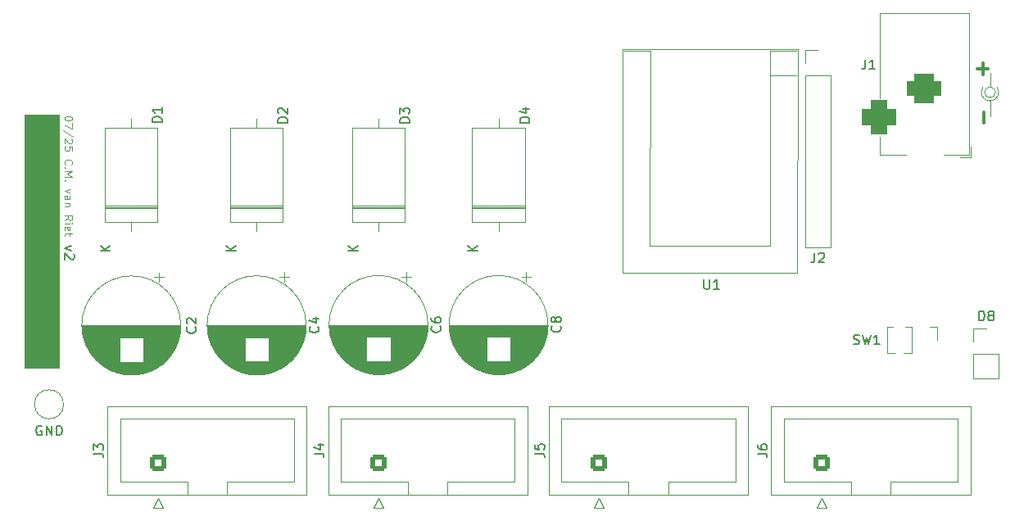
<source format=gto>
G04 #@! TF.GenerationSoftware,KiCad,Pcbnew,8.0.0-rc1*
G04 #@! TF.CreationDate,2025-07-19T19:17:19+02:00*
G04 #@! TF.ProjectId,Pneumatic control unit system,506e6575-6d61-4746-9963-20636f6e7472,rev?*
G04 #@! TF.SameCoordinates,Original*
G04 #@! TF.FileFunction,Legend,Top*
G04 #@! TF.FilePolarity,Positive*
%FSLAX46Y46*%
G04 Gerber Fmt 4.6, Leading zero omitted, Abs format (unit mm)*
G04 Created by KiCad (PCBNEW 8.0.0-rc1) date 2025-07-19 19:17:19*
%MOMM*%
%LPD*%
G01*
G04 APERTURE LIST*
G04 Aperture macros list*
%AMRoundRect*
0 Rectangle with rounded corners*
0 $1 Rounding radius*
0 $2 $3 $4 $5 $6 $7 $8 $9 X,Y pos of 4 corners*
0 Add a 4 corners polygon primitive as box body*
4,1,4,$2,$3,$4,$5,$6,$7,$8,$9,$2,$3,0*
0 Add four circle primitives for the rounded corners*
1,1,$1+$1,$2,$3*
1,1,$1+$1,$4,$5*
1,1,$1+$1,$6,$7*
1,1,$1+$1,$8,$9*
0 Add four rect primitives between the rounded corners*
20,1,$1+$1,$2,$3,$4,$5,0*
20,1,$1+$1,$4,$5,$6,$7,0*
20,1,$1+$1,$6,$7,$8,$9,0*
20,1,$1+$1,$8,$9,$2,$3,0*%
G04 Aperture macros list end*
%ADD10C,0.100000*%
%ADD11C,0.120000*%
%ADD12C,0.150000*%
%ADD13C,0.300000*%
%ADD14C,3.200000*%
%ADD15RoundRect,0.250000X0.600000X-0.600000X0.600000X0.600000X-0.600000X0.600000X-0.600000X-0.600000X0*%
%ADD16C,1.700000*%
%ADD17C,2.000000*%
%ADD18R,2.000000X2.000000*%
%ADD19R,3.200000X3.200000*%
%ADD20O,3.200000X3.200000*%
%ADD21R,1.700000X1.700000*%
%ADD22O,1.700000X1.700000*%
%ADD23R,1.600000X1.600000*%
%ADD24O,1.600000X1.600000*%
%ADD25R,3.500000X3.500000*%
%ADD26RoundRect,0.750000X-1.000000X0.750000X-1.000000X-0.750000X1.000000X-0.750000X1.000000X0.750000X0*%
%ADD27RoundRect,0.875000X-0.875000X0.875000X-0.875000X-0.875000X0.875000X-0.875000X0.875000X0.875000X0*%
%ADD28O,2.000000X3.000000*%
G04 APERTURE END LIST*
D10*
X101250000Y-108600000D02*
X104750000Y-108600000D01*
X104750000Y-134750000D01*
X101250000Y-134750000D01*
X101250000Y-108600000D01*
G36*
X101250000Y-108600000D02*
G01*
X104750000Y-108600000D01*
X104750000Y-134750000D01*
X101250000Y-134750000D01*
X101250000Y-108600000D01*
G37*
D11*
X201000001Y-105690983D02*
X201000001Y-104249999D01*
X201559018Y-106249999D02*
G75*
G02*
X200440984Y-106249999I-559017J0D01*
G01*
X200440984Y-106249999D02*
G75*
G02*
X201559018Y-106249999I559017J0D01*
G01*
X201750000Y-105750000D02*
G75*
G02*
X200250002Y-105750000I-749999J-499999D01*
G01*
X201000001Y-107149999D02*
X201000001Y-108749999D01*
D12*
X106046847Y-122141541D02*
X105380180Y-122379636D01*
X105380180Y-122379636D02*
X106046847Y-122617731D01*
X106284942Y-122951065D02*
X106332561Y-122998684D01*
X106332561Y-122998684D02*
X106380180Y-123093922D01*
X106380180Y-123093922D02*
X106380180Y-123332017D01*
X106380180Y-123332017D02*
X106332561Y-123427255D01*
X106332561Y-123427255D02*
X106284942Y-123474874D01*
X106284942Y-123474874D02*
X106189704Y-123522493D01*
X106189704Y-123522493D02*
X106094466Y-123522493D01*
X106094466Y-123522493D02*
X105951609Y-123474874D01*
X105951609Y-123474874D02*
X105380180Y-122903446D01*
X105380180Y-122903446D02*
X105380180Y-123522493D01*
D10*
X106153104Y-108908646D02*
X106153104Y-108984836D01*
X106153104Y-108984836D02*
X106115009Y-109061027D01*
X106115009Y-109061027D02*
X106076914Y-109099122D01*
X106076914Y-109099122D02*
X106000723Y-109137217D01*
X106000723Y-109137217D02*
X105848342Y-109175312D01*
X105848342Y-109175312D02*
X105657866Y-109175312D01*
X105657866Y-109175312D02*
X105505485Y-109137217D01*
X105505485Y-109137217D02*
X105429295Y-109099122D01*
X105429295Y-109099122D02*
X105391200Y-109061027D01*
X105391200Y-109061027D02*
X105353104Y-108984836D01*
X105353104Y-108984836D02*
X105353104Y-108908646D01*
X105353104Y-108908646D02*
X105391200Y-108832455D01*
X105391200Y-108832455D02*
X105429295Y-108794360D01*
X105429295Y-108794360D02*
X105505485Y-108756265D01*
X105505485Y-108756265D02*
X105657866Y-108718169D01*
X105657866Y-108718169D02*
X105848342Y-108718169D01*
X105848342Y-108718169D02*
X106000723Y-108756265D01*
X106000723Y-108756265D02*
X106076914Y-108794360D01*
X106076914Y-108794360D02*
X106115009Y-108832455D01*
X106115009Y-108832455D02*
X106153104Y-108908646D01*
X106153104Y-109441979D02*
X106153104Y-109975313D01*
X106153104Y-109975313D02*
X105353104Y-109632455D01*
X106191200Y-110851503D02*
X105162628Y-110165789D01*
X106076914Y-111080074D02*
X106115009Y-111118170D01*
X106115009Y-111118170D02*
X106153104Y-111194360D01*
X106153104Y-111194360D02*
X106153104Y-111384836D01*
X106153104Y-111384836D02*
X106115009Y-111461027D01*
X106115009Y-111461027D02*
X106076914Y-111499122D01*
X106076914Y-111499122D02*
X106000723Y-111537217D01*
X106000723Y-111537217D02*
X105924533Y-111537217D01*
X105924533Y-111537217D02*
X105810247Y-111499122D01*
X105810247Y-111499122D02*
X105353104Y-111041979D01*
X105353104Y-111041979D02*
X105353104Y-111537217D01*
X106153104Y-112261027D02*
X106153104Y-111880075D01*
X106153104Y-111880075D02*
X105772152Y-111841979D01*
X105772152Y-111841979D02*
X105810247Y-111880075D01*
X105810247Y-111880075D02*
X105848342Y-111956265D01*
X105848342Y-111956265D02*
X105848342Y-112146741D01*
X105848342Y-112146741D02*
X105810247Y-112222932D01*
X105810247Y-112222932D02*
X105772152Y-112261027D01*
X105772152Y-112261027D02*
X105695961Y-112299122D01*
X105695961Y-112299122D02*
X105505485Y-112299122D01*
X105505485Y-112299122D02*
X105429295Y-112261027D01*
X105429295Y-112261027D02*
X105391200Y-112222932D01*
X105391200Y-112222932D02*
X105353104Y-112146741D01*
X105353104Y-112146741D02*
X105353104Y-111956265D01*
X105353104Y-111956265D02*
X105391200Y-111880075D01*
X105391200Y-111880075D02*
X105429295Y-111841979D01*
X105429295Y-113708647D02*
X105391200Y-113670551D01*
X105391200Y-113670551D02*
X105353104Y-113556266D01*
X105353104Y-113556266D02*
X105353104Y-113480075D01*
X105353104Y-113480075D02*
X105391200Y-113365789D01*
X105391200Y-113365789D02*
X105467390Y-113289599D01*
X105467390Y-113289599D02*
X105543580Y-113251504D01*
X105543580Y-113251504D02*
X105695961Y-113213408D01*
X105695961Y-113213408D02*
X105810247Y-113213408D01*
X105810247Y-113213408D02*
X105962628Y-113251504D01*
X105962628Y-113251504D02*
X106038819Y-113289599D01*
X106038819Y-113289599D02*
X106115009Y-113365789D01*
X106115009Y-113365789D02*
X106153104Y-113480075D01*
X106153104Y-113480075D02*
X106153104Y-113556266D01*
X106153104Y-113556266D02*
X106115009Y-113670551D01*
X106115009Y-113670551D02*
X106076914Y-113708647D01*
X105429295Y-114051504D02*
X105391200Y-114089599D01*
X105391200Y-114089599D02*
X105353104Y-114051504D01*
X105353104Y-114051504D02*
X105391200Y-114013408D01*
X105391200Y-114013408D02*
X105429295Y-114051504D01*
X105429295Y-114051504D02*
X105353104Y-114051504D01*
X105353104Y-114432456D02*
X106153104Y-114432456D01*
X106153104Y-114432456D02*
X105581676Y-114699122D01*
X105581676Y-114699122D02*
X106153104Y-114965789D01*
X106153104Y-114965789D02*
X105353104Y-114965789D01*
X105429295Y-115346742D02*
X105391200Y-115384837D01*
X105391200Y-115384837D02*
X105353104Y-115346742D01*
X105353104Y-115346742D02*
X105391200Y-115308646D01*
X105391200Y-115308646D02*
X105429295Y-115346742D01*
X105429295Y-115346742D02*
X105353104Y-115346742D01*
X105886438Y-116261027D02*
X105353104Y-116451503D01*
X105353104Y-116451503D02*
X105886438Y-116641980D01*
X105353104Y-117289599D02*
X105772152Y-117289599D01*
X105772152Y-117289599D02*
X105848342Y-117251504D01*
X105848342Y-117251504D02*
X105886438Y-117175313D01*
X105886438Y-117175313D02*
X105886438Y-117022932D01*
X105886438Y-117022932D02*
X105848342Y-116946742D01*
X105391200Y-117289599D02*
X105353104Y-117213408D01*
X105353104Y-117213408D02*
X105353104Y-117022932D01*
X105353104Y-117022932D02*
X105391200Y-116946742D01*
X105391200Y-116946742D02*
X105467390Y-116908646D01*
X105467390Y-116908646D02*
X105543580Y-116908646D01*
X105543580Y-116908646D02*
X105619771Y-116946742D01*
X105619771Y-116946742D02*
X105657866Y-117022932D01*
X105657866Y-117022932D02*
X105657866Y-117213408D01*
X105657866Y-117213408D02*
X105695961Y-117289599D01*
X105886438Y-117670552D02*
X105353104Y-117670552D01*
X105810247Y-117670552D02*
X105848342Y-117708647D01*
X105848342Y-117708647D02*
X105886438Y-117784837D01*
X105886438Y-117784837D02*
X105886438Y-117899123D01*
X105886438Y-117899123D02*
X105848342Y-117975314D01*
X105848342Y-117975314D02*
X105772152Y-118013409D01*
X105772152Y-118013409D02*
X105353104Y-118013409D01*
X105353104Y-119461029D02*
X105734057Y-119194362D01*
X105353104Y-119003886D02*
X106153104Y-119003886D01*
X106153104Y-119003886D02*
X106153104Y-119308648D01*
X106153104Y-119308648D02*
X106115009Y-119384838D01*
X106115009Y-119384838D02*
X106076914Y-119422933D01*
X106076914Y-119422933D02*
X106000723Y-119461029D01*
X106000723Y-119461029D02*
X105886438Y-119461029D01*
X105886438Y-119461029D02*
X105810247Y-119422933D01*
X105810247Y-119422933D02*
X105772152Y-119384838D01*
X105772152Y-119384838D02*
X105734057Y-119308648D01*
X105734057Y-119308648D02*
X105734057Y-119003886D01*
X105353104Y-119803886D02*
X105886438Y-119803886D01*
X106153104Y-119803886D02*
X106115009Y-119765790D01*
X106115009Y-119765790D02*
X106076914Y-119803886D01*
X106076914Y-119803886D02*
X106115009Y-119841981D01*
X106115009Y-119841981D02*
X106153104Y-119803886D01*
X106153104Y-119803886D02*
X106076914Y-119803886D01*
X105391200Y-120489600D02*
X105353104Y-120413409D01*
X105353104Y-120413409D02*
X105353104Y-120261028D01*
X105353104Y-120261028D02*
X105391200Y-120184838D01*
X105391200Y-120184838D02*
X105467390Y-120146742D01*
X105467390Y-120146742D02*
X105772152Y-120146742D01*
X105772152Y-120146742D02*
X105848342Y-120184838D01*
X105848342Y-120184838D02*
X105886438Y-120261028D01*
X105886438Y-120261028D02*
X105886438Y-120413409D01*
X105886438Y-120413409D02*
X105848342Y-120489600D01*
X105848342Y-120489600D02*
X105772152Y-120527695D01*
X105772152Y-120527695D02*
X105695961Y-120527695D01*
X105695961Y-120527695D02*
X105619771Y-120146742D01*
X105886438Y-120756266D02*
X105886438Y-121061028D01*
X106153104Y-120870552D02*
X105467390Y-120870552D01*
X105467390Y-120870552D02*
X105391200Y-120908647D01*
X105391200Y-120908647D02*
X105353104Y-120984837D01*
X105353104Y-120984837D02*
X105353104Y-121061028D01*
D13*
X200821429Y-103843099D02*
X199678572Y-103843099D01*
X200250000Y-103271670D02*
X200250000Y-104414527D01*
X200343101Y-108278570D02*
X200343101Y-109421428D01*
D12*
X176954819Y-143603333D02*
X177669104Y-143603333D01*
X177669104Y-143603333D02*
X177811961Y-143650952D01*
X177811961Y-143650952D02*
X177907200Y-143746190D01*
X177907200Y-143746190D02*
X177954819Y-143889047D01*
X177954819Y-143889047D02*
X177954819Y-143984285D01*
X176954819Y-142698571D02*
X176954819Y-142889047D01*
X176954819Y-142889047D02*
X177002438Y-142984285D01*
X177002438Y-142984285D02*
X177050057Y-143031904D01*
X177050057Y-143031904D02*
X177192914Y-143127142D01*
X177192914Y-143127142D02*
X177383390Y-143174761D01*
X177383390Y-143174761D02*
X177764342Y-143174761D01*
X177764342Y-143174761D02*
X177859580Y-143127142D01*
X177859580Y-143127142D02*
X177907200Y-143079523D01*
X177907200Y-143079523D02*
X177954819Y-142984285D01*
X177954819Y-142984285D02*
X177954819Y-142793809D01*
X177954819Y-142793809D02*
X177907200Y-142698571D01*
X177907200Y-142698571D02*
X177859580Y-142650952D01*
X177859580Y-142650952D02*
X177764342Y-142603333D01*
X177764342Y-142603333D02*
X177526247Y-142603333D01*
X177526247Y-142603333D02*
X177431009Y-142650952D01*
X177431009Y-142650952D02*
X177383390Y-142698571D01*
X177383390Y-142698571D02*
X177335771Y-142793809D01*
X177335771Y-142793809D02*
X177335771Y-142984285D01*
X177335771Y-142984285D02*
X177383390Y-143079523D01*
X177383390Y-143079523D02*
X177431009Y-143127142D01*
X177431009Y-143127142D02*
X177526247Y-143174761D01*
X102988095Y-140752438D02*
X102892857Y-140704819D01*
X102892857Y-140704819D02*
X102750000Y-140704819D01*
X102750000Y-140704819D02*
X102607143Y-140752438D01*
X102607143Y-140752438D02*
X102511905Y-140847676D01*
X102511905Y-140847676D02*
X102464286Y-140942914D01*
X102464286Y-140942914D02*
X102416667Y-141133390D01*
X102416667Y-141133390D02*
X102416667Y-141276247D01*
X102416667Y-141276247D02*
X102464286Y-141466723D01*
X102464286Y-141466723D02*
X102511905Y-141561961D01*
X102511905Y-141561961D02*
X102607143Y-141657200D01*
X102607143Y-141657200D02*
X102750000Y-141704819D01*
X102750000Y-141704819D02*
X102845238Y-141704819D01*
X102845238Y-141704819D02*
X102988095Y-141657200D01*
X102988095Y-141657200D02*
X103035714Y-141609580D01*
X103035714Y-141609580D02*
X103035714Y-141276247D01*
X103035714Y-141276247D02*
X102845238Y-141276247D01*
X103464286Y-141704819D02*
X103464286Y-140704819D01*
X103464286Y-140704819D02*
X104035714Y-141704819D01*
X104035714Y-141704819D02*
X104035714Y-140704819D01*
X104511905Y-141704819D02*
X104511905Y-140704819D01*
X104511905Y-140704819D02*
X104750000Y-140704819D01*
X104750000Y-140704819D02*
X104892857Y-140752438D01*
X104892857Y-140752438D02*
X104988095Y-140847676D01*
X104988095Y-140847676D02*
X105035714Y-140942914D01*
X105035714Y-140942914D02*
X105083333Y-141133390D01*
X105083333Y-141133390D02*
X105083333Y-141276247D01*
X105083333Y-141276247D02*
X105035714Y-141466723D01*
X105035714Y-141466723D02*
X104988095Y-141561961D01*
X104988095Y-141561961D02*
X104892857Y-141657200D01*
X104892857Y-141657200D02*
X104750000Y-141704819D01*
X104750000Y-141704819D02*
X104511905Y-141704819D01*
X153954819Y-143603333D02*
X154669104Y-143603333D01*
X154669104Y-143603333D02*
X154811961Y-143650952D01*
X154811961Y-143650952D02*
X154907200Y-143746190D01*
X154907200Y-143746190D02*
X154954819Y-143889047D01*
X154954819Y-143889047D02*
X154954819Y-143984285D01*
X153954819Y-142650952D02*
X153954819Y-143127142D01*
X153954819Y-143127142D02*
X154431009Y-143174761D01*
X154431009Y-143174761D02*
X154383390Y-143127142D01*
X154383390Y-143127142D02*
X154335771Y-143031904D01*
X154335771Y-143031904D02*
X154335771Y-142793809D01*
X154335771Y-142793809D02*
X154383390Y-142698571D01*
X154383390Y-142698571D02*
X154431009Y-142650952D01*
X154431009Y-142650952D02*
X154526247Y-142603333D01*
X154526247Y-142603333D02*
X154764342Y-142603333D01*
X154764342Y-142603333D02*
X154859580Y-142650952D01*
X154859580Y-142650952D02*
X154907200Y-142698571D01*
X154907200Y-142698571D02*
X154954819Y-142793809D01*
X154954819Y-142793809D02*
X154954819Y-143031904D01*
X154954819Y-143031904D02*
X154907200Y-143127142D01*
X154907200Y-143127142D02*
X154859580Y-143174761D01*
X144159580Y-130436666D02*
X144207200Y-130484285D01*
X144207200Y-130484285D02*
X144254819Y-130627142D01*
X144254819Y-130627142D02*
X144254819Y-130722380D01*
X144254819Y-130722380D02*
X144207200Y-130865237D01*
X144207200Y-130865237D02*
X144111961Y-130960475D01*
X144111961Y-130960475D02*
X144016723Y-131008094D01*
X144016723Y-131008094D02*
X143826247Y-131055713D01*
X143826247Y-131055713D02*
X143683390Y-131055713D01*
X143683390Y-131055713D02*
X143492914Y-131008094D01*
X143492914Y-131008094D02*
X143397676Y-130960475D01*
X143397676Y-130960475D02*
X143302438Y-130865237D01*
X143302438Y-130865237D02*
X143254819Y-130722380D01*
X143254819Y-130722380D02*
X143254819Y-130627142D01*
X143254819Y-130627142D02*
X143302438Y-130484285D01*
X143302438Y-130484285D02*
X143350057Y-130436666D01*
X143254819Y-129579523D02*
X143254819Y-129769999D01*
X143254819Y-129769999D02*
X143302438Y-129865237D01*
X143302438Y-129865237D02*
X143350057Y-129912856D01*
X143350057Y-129912856D02*
X143492914Y-130008094D01*
X143492914Y-130008094D02*
X143683390Y-130055713D01*
X143683390Y-130055713D02*
X144064342Y-130055713D01*
X144064342Y-130055713D02*
X144159580Y-130008094D01*
X144159580Y-130008094D02*
X144207200Y-129960475D01*
X144207200Y-129960475D02*
X144254819Y-129865237D01*
X144254819Y-129865237D02*
X144254819Y-129674761D01*
X144254819Y-129674761D02*
X144207200Y-129579523D01*
X144207200Y-129579523D02*
X144159580Y-129531904D01*
X144159580Y-129531904D02*
X144064342Y-129484285D01*
X144064342Y-129484285D02*
X143826247Y-129484285D01*
X143826247Y-129484285D02*
X143731009Y-129531904D01*
X143731009Y-129531904D02*
X143683390Y-129579523D01*
X143683390Y-129579523D02*
X143635771Y-129674761D01*
X143635771Y-129674761D02*
X143635771Y-129865237D01*
X143635771Y-129865237D02*
X143683390Y-129960475D01*
X143683390Y-129960475D02*
X143731009Y-130008094D01*
X143731009Y-130008094D02*
X143826247Y-130055713D01*
X115404819Y-109338094D02*
X114404819Y-109338094D01*
X114404819Y-109338094D02*
X114404819Y-109099999D01*
X114404819Y-109099999D02*
X114452438Y-108957142D01*
X114452438Y-108957142D02*
X114547676Y-108861904D01*
X114547676Y-108861904D02*
X114642914Y-108814285D01*
X114642914Y-108814285D02*
X114833390Y-108766666D01*
X114833390Y-108766666D02*
X114976247Y-108766666D01*
X114976247Y-108766666D02*
X115166723Y-108814285D01*
X115166723Y-108814285D02*
X115261961Y-108861904D01*
X115261961Y-108861904D02*
X115357200Y-108957142D01*
X115357200Y-108957142D02*
X115404819Y-109099999D01*
X115404819Y-109099999D02*
X115404819Y-109338094D01*
X115404819Y-107814285D02*
X115404819Y-108385713D01*
X115404819Y-108099999D02*
X114404819Y-108099999D01*
X114404819Y-108099999D02*
X114547676Y-108195237D01*
X114547676Y-108195237D02*
X114642914Y-108290475D01*
X114642914Y-108290475D02*
X114690533Y-108385713D01*
X110054819Y-122661904D02*
X109054819Y-122661904D01*
X110054819Y-122090476D02*
X109483390Y-122519047D01*
X109054819Y-122090476D02*
X109626247Y-122661904D01*
X108354819Y-143603333D02*
X109069104Y-143603333D01*
X109069104Y-143603333D02*
X109211961Y-143650952D01*
X109211961Y-143650952D02*
X109307200Y-143746190D01*
X109307200Y-143746190D02*
X109354819Y-143889047D01*
X109354819Y-143889047D02*
X109354819Y-143984285D01*
X108354819Y-143222380D02*
X108354819Y-142603333D01*
X108354819Y-142603333D02*
X108735771Y-142936666D01*
X108735771Y-142936666D02*
X108735771Y-142793809D01*
X108735771Y-142793809D02*
X108783390Y-142698571D01*
X108783390Y-142698571D02*
X108831009Y-142650952D01*
X108831009Y-142650952D02*
X108926247Y-142603333D01*
X108926247Y-142603333D02*
X109164342Y-142603333D01*
X109164342Y-142603333D02*
X109259580Y-142650952D01*
X109259580Y-142650952D02*
X109307200Y-142698571D01*
X109307200Y-142698571D02*
X109354819Y-142793809D01*
X109354819Y-142793809D02*
X109354819Y-143079523D01*
X109354819Y-143079523D02*
X109307200Y-143174761D01*
X109307200Y-143174761D02*
X109259580Y-143222380D01*
X156559580Y-130404343D02*
X156607200Y-130451962D01*
X156607200Y-130451962D02*
X156654819Y-130594819D01*
X156654819Y-130594819D02*
X156654819Y-130690057D01*
X156654819Y-130690057D02*
X156607200Y-130832914D01*
X156607200Y-130832914D02*
X156511961Y-130928152D01*
X156511961Y-130928152D02*
X156416723Y-130975771D01*
X156416723Y-130975771D02*
X156226247Y-131023390D01*
X156226247Y-131023390D02*
X156083390Y-131023390D01*
X156083390Y-131023390D02*
X155892914Y-130975771D01*
X155892914Y-130975771D02*
X155797676Y-130928152D01*
X155797676Y-130928152D02*
X155702438Y-130832914D01*
X155702438Y-130832914D02*
X155654819Y-130690057D01*
X155654819Y-130690057D02*
X155654819Y-130594819D01*
X155654819Y-130594819D02*
X155702438Y-130451962D01*
X155702438Y-130451962D02*
X155750057Y-130404343D01*
X156083390Y-129832914D02*
X156035771Y-129928152D01*
X156035771Y-129928152D02*
X155988152Y-129975771D01*
X155988152Y-129975771D02*
X155892914Y-130023390D01*
X155892914Y-130023390D02*
X155845295Y-130023390D01*
X155845295Y-130023390D02*
X155750057Y-129975771D01*
X155750057Y-129975771D02*
X155702438Y-129928152D01*
X155702438Y-129928152D02*
X155654819Y-129832914D01*
X155654819Y-129832914D02*
X155654819Y-129642438D01*
X155654819Y-129642438D02*
X155702438Y-129547200D01*
X155702438Y-129547200D02*
X155750057Y-129499581D01*
X155750057Y-129499581D02*
X155845295Y-129451962D01*
X155845295Y-129451962D02*
X155892914Y-129451962D01*
X155892914Y-129451962D02*
X155988152Y-129499581D01*
X155988152Y-129499581D02*
X156035771Y-129547200D01*
X156035771Y-129547200D02*
X156083390Y-129642438D01*
X156083390Y-129642438D02*
X156083390Y-129832914D01*
X156083390Y-129832914D02*
X156131009Y-129928152D01*
X156131009Y-129928152D02*
X156178628Y-129975771D01*
X156178628Y-129975771D02*
X156273866Y-130023390D01*
X156273866Y-130023390D02*
X156464342Y-130023390D01*
X156464342Y-130023390D02*
X156559580Y-129975771D01*
X156559580Y-129975771D02*
X156607200Y-129928152D01*
X156607200Y-129928152D02*
X156654819Y-129832914D01*
X156654819Y-129832914D02*
X156654819Y-129642438D01*
X156654819Y-129642438D02*
X156607200Y-129547200D01*
X156607200Y-129547200D02*
X156559580Y-129499581D01*
X156559580Y-129499581D02*
X156464342Y-129451962D01*
X156464342Y-129451962D02*
X156273866Y-129451962D01*
X156273866Y-129451962D02*
X156178628Y-129499581D01*
X156178628Y-129499581D02*
X156131009Y-129547200D01*
X156131009Y-129547200D02*
X156083390Y-129642438D01*
X182863466Y-122841619D02*
X182863466Y-123555904D01*
X182863466Y-123555904D02*
X182815847Y-123698761D01*
X182815847Y-123698761D02*
X182720609Y-123794000D01*
X182720609Y-123794000D02*
X182577752Y-123841619D01*
X182577752Y-123841619D02*
X182482514Y-123841619D01*
X183292038Y-122936857D02*
X183339657Y-122889238D01*
X183339657Y-122889238D02*
X183434895Y-122841619D01*
X183434895Y-122841619D02*
X183672990Y-122841619D01*
X183672990Y-122841619D02*
X183768228Y-122889238D01*
X183768228Y-122889238D02*
X183815847Y-122936857D01*
X183815847Y-122936857D02*
X183863466Y-123032095D01*
X183863466Y-123032095D02*
X183863466Y-123127333D01*
X183863466Y-123127333D02*
X183815847Y-123270190D01*
X183815847Y-123270190D02*
X183244419Y-123841619D01*
X183244419Y-123841619D02*
X183863466Y-123841619D01*
X131154819Y-143603333D02*
X131869104Y-143603333D01*
X131869104Y-143603333D02*
X132011961Y-143650952D01*
X132011961Y-143650952D02*
X132107200Y-143746190D01*
X132107200Y-143746190D02*
X132154819Y-143889047D01*
X132154819Y-143889047D02*
X132154819Y-143984285D01*
X131488152Y-142698571D02*
X132154819Y-142698571D01*
X131107200Y-142936666D02*
X131821485Y-143174761D01*
X131821485Y-143174761D02*
X131821485Y-142555714D01*
X153404819Y-109388094D02*
X152404819Y-109388094D01*
X152404819Y-109388094D02*
X152404819Y-109149999D01*
X152404819Y-109149999D02*
X152452438Y-109007142D01*
X152452438Y-109007142D02*
X152547676Y-108911904D01*
X152547676Y-108911904D02*
X152642914Y-108864285D01*
X152642914Y-108864285D02*
X152833390Y-108816666D01*
X152833390Y-108816666D02*
X152976247Y-108816666D01*
X152976247Y-108816666D02*
X153166723Y-108864285D01*
X153166723Y-108864285D02*
X153261961Y-108911904D01*
X153261961Y-108911904D02*
X153357200Y-109007142D01*
X153357200Y-109007142D02*
X153404819Y-109149999D01*
X153404819Y-109149999D02*
X153404819Y-109388094D01*
X152738152Y-107959523D02*
X153404819Y-107959523D01*
X152357200Y-108197618D02*
X153071485Y-108435713D01*
X153071485Y-108435713D02*
X153071485Y-107816666D01*
X148054819Y-122661904D02*
X147054819Y-122661904D01*
X148054819Y-122090476D02*
X147483390Y-122519047D01*
X147054819Y-122090476D02*
X147626247Y-122661904D01*
X141004819Y-109388094D02*
X140004819Y-109388094D01*
X140004819Y-109388094D02*
X140004819Y-109149999D01*
X140004819Y-109149999D02*
X140052438Y-109007142D01*
X140052438Y-109007142D02*
X140147676Y-108911904D01*
X140147676Y-108911904D02*
X140242914Y-108864285D01*
X140242914Y-108864285D02*
X140433390Y-108816666D01*
X140433390Y-108816666D02*
X140576247Y-108816666D01*
X140576247Y-108816666D02*
X140766723Y-108864285D01*
X140766723Y-108864285D02*
X140861961Y-108911904D01*
X140861961Y-108911904D02*
X140957200Y-109007142D01*
X140957200Y-109007142D02*
X141004819Y-109149999D01*
X141004819Y-109149999D02*
X141004819Y-109388094D01*
X140004819Y-108483332D02*
X140004819Y-107864285D01*
X140004819Y-107864285D02*
X140385771Y-108197618D01*
X140385771Y-108197618D02*
X140385771Y-108054761D01*
X140385771Y-108054761D02*
X140433390Y-107959523D01*
X140433390Y-107959523D02*
X140481009Y-107911904D01*
X140481009Y-107911904D02*
X140576247Y-107864285D01*
X140576247Y-107864285D02*
X140814342Y-107864285D01*
X140814342Y-107864285D02*
X140909580Y-107911904D01*
X140909580Y-107911904D02*
X140957200Y-107959523D01*
X140957200Y-107959523D02*
X141004819Y-108054761D01*
X141004819Y-108054761D02*
X141004819Y-108340475D01*
X141004819Y-108340475D02*
X140957200Y-108435713D01*
X140957200Y-108435713D02*
X140909580Y-108483332D01*
X135654819Y-122661904D02*
X134654819Y-122661904D01*
X135654819Y-122090476D02*
X135083390Y-122519047D01*
X134654819Y-122090476D02*
X135226247Y-122661904D01*
X171438095Y-125591619D02*
X171438095Y-126401142D01*
X171438095Y-126401142D02*
X171485714Y-126496380D01*
X171485714Y-126496380D02*
X171533333Y-126544000D01*
X171533333Y-126544000D02*
X171628571Y-126591619D01*
X171628571Y-126591619D02*
X171819047Y-126591619D01*
X171819047Y-126591619D02*
X171914285Y-126544000D01*
X171914285Y-126544000D02*
X171961904Y-126496380D01*
X171961904Y-126496380D02*
X172009523Y-126401142D01*
X172009523Y-126401142D02*
X172009523Y-125591619D01*
X173009523Y-126591619D02*
X172438095Y-126591619D01*
X172723809Y-126591619D02*
X172723809Y-125591619D01*
X172723809Y-125591619D02*
X172628571Y-125734476D01*
X172628571Y-125734476D02*
X172533333Y-125829714D01*
X172533333Y-125829714D02*
X172438095Y-125877333D01*
X199861905Y-129854819D02*
X199861905Y-128854819D01*
X199861905Y-128854819D02*
X200100000Y-128854819D01*
X200100000Y-128854819D02*
X200242857Y-128902438D01*
X200242857Y-128902438D02*
X200338095Y-128997676D01*
X200338095Y-128997676D02*
X200385714Y-129092914D01*
X200385714Y-129092914D02*
X200433333Y-129283390D01*
X200433333Y-129283390D02*
X200433333Y-129426247D01*
X200433333Y-129426247D02*
X200385714Y-129616723D01*
X200385714Y-129616723D02*
X200338095Y-129711961D01*
X200338095Y-129711961D02*
X200242857Y-129807200D01*
X200242857Y-129807200D02*
X200100000Y-129854819D01*
X200100000Y-129854819D02*
X199861905Y-129854819D01*
X201004762Y-129283390D02*
X200909524Y-129235771D01*
X200909524Y-129235771D02*
X200861905Y-129188152D01*
X200861905Y-129188152D02*
X200814286Y-129092914D01*
X200814286Y-129092914D02*
X200814286Y-129045295D01*
X200814286Y-129045295D02*
X200861905Y-128950057D01*
X200861905Y-128950057D02*
X200909524Y-128902438D01*
X200909524Y-128902438D02*
X201004762Y-128854819D01*
X201004762Y-128854819D02*
X201195238Y-128854819D01*
X201195238Y-128854819D02*
X201290476Y-128902438D01*
X201290476Y-128902438D02*
X201338095Y-128950057D01*
X201338095Y-128950057D02*
X201385714Y-129045295D01*
X201385714Y-129045295D02*
X201385714Y-129092914D01*
X201385714Y-129092914D02*
X201338095Y-129188152D01*
X201338095Y-129188152D02*
X201290476Y-129235771D01*
X201290476Y-129235771D02*
X201195238Y-129283390D01*
X201195238Y-129283390D02*
X201004762Y-129283390D01*
X201004762Y-129283390D02*
X200909524Y-129331009D01*
X200909524Y-129331009D02*
X200861905Y-129378628D01*
X200861905Y-129378628D02*
X200814286Y-129473866D01*
X200814286Y-129473866D02*
X200814286Y-129664342D01*
X200814286Y-129664342D02*
X200861905Y-129759580D01*
X200861905Y-129759580D02*
X200909524Y-129807200D01*
X200909524Y-129807200D02*
X201004762Y-129854819D01*
X201004762Y-129854819D02*
X201195238Y-129854819D01*
X201195238Y-129854819D02*
X201290476Y-129807200D01*
X201290476Y-129807200D02*
X201338095Y-129759580D01*
X201338095Y-129759580D02*
X201385714Y-129664342D01*
X201385714Y-129664342D02*
X201385714Y-129473866D01*
X201385714Y-129473866D02*
X201338095Y-129378628D01*
X201338095Y-129378628D02*
X201290476Y-129331009D01*
X201290476Y-129331009D02*
X201195238Y-129283390D01*
X188116666Y-102854819D02*
X188116666Y-103569104D01*
X188116666Y-103569104D02*
X188069047Y-103711961D01*
X188069047Y-103711961D02*
X187973809Y-103807200D01*
X187973809Y-103807200D02*
X187830952Y-103854819D01*
X187830952Y-103854819D02*
X187735714Y-103854819D01*
X189116666Y-103854819D02*
X188545238Y-103854819D01*
X188830952Y-103854819D02*
X188830952Y-102854819D01*
X188830952Y-102854819D02*
X188735714Y-102997676D01*
X188735714Y-102997676D02*
X188640476Y-103092914D01*
X188640476Y-103092914D02*
X188545238Y-103140533D01*
X128404819Y-109388094D02*
X127404819Y-109388094D01*
X127404819Y-109388094D02*
X127404819Y-109149999D01*
X127404819Y-109149999D02*
X127452438Y-109007142D01*
X127452438Y-109007142D02*
X127547676Y-108911904D01*
X127547676Y-108911904D02*
X127642914Y-108864285D01*
X127642914Y-108864285D02*
X127833390Y-108816666D01*
X127833390Y-108816666D02*
X127976247Y-108816666D01*
X127976247Y-108816666D02*
X128166723Y-108864285D01*
X128166723Y-108864285D02*
X128261961Y-108911904D01*
X128261961Y-108911904D02*
X128357200Y-109007142D01*
X128357200Y-109007142D02*
X128404819Y-109149999D01*
X128404819Y-109149999D02*
X128404819Y-109388094D01*
X127500057Y-108435713D02*
X127452438Y-108388094D01*
X127452438Y-108388094D02*
X127404819Y-108292856D01*
X127404819Y-108292856D02*
X127404819Y-108054761D01*
X127404819Y-108054761D02*
X127452438Y-107959523D01*
X127452438Y-107959523D02*
X127500057Y-107911904D01*
X127500057Y-107911904D02*
X127595295Y-107864285D01*
X127595295Y-107864285D02*
X127690533Y-107864285D01*
X127690533Y-107864285D02*
X127833390Y-107911904D01*
X127833390Y-107911904D02*
X128404819Y-108483332D01*
X128404819Y-108483332D02*
X128404819Y-107864285D01*
X123054819Y-122661904D02*
X122054819Y-122661904D01*
X123054819Y-122090476D02*
X122483390Y-122519047D01*
X122054819Y-122090476D02*
X122626247Y-122661904D01*
X118859580Y-130516666D02*
X118907200Y-130564285D01*
X118907200Y-130564285D02*
X118954819Y-130707142D01*
X118954819Y-130707142D02*
X118954819Y-130802380D01*
X118954819Y-130802380D02*
X118907200Y-130945237D01*
X118907200Y-130945237D02*
X118811961Y-131040475D01*
X118811961Y-131040475D02*
X118716723Y-131088094D01*
X118716723Y-131088094D02*
X118526247Y-131135713D01*
X118526247Y-131135713D02*
X118383390Y-131135713D01*
X118383390Y-131135713D02*
X118192914Y-131088094D01*
X118192914Y-131088094D02*
X118097676Y-131040475D01*
X118097676Y-131040475D02*
X118002438Y-130945237D01*
X118002438Y-130945237D02*
X117954819Y-130802380D01*
X117954819Y-130802380D02*
X117954819Y-130707142D01*
X117954819Y-130707142D02*
X118002438Y-130564285D01*
X118002438Y-130564285D02*
X118050057Y-130516666D01*
X118050057Y-130135713D02*
X118002438Y-130088094D01*
X118002438Y-130088094D02*
X117954819Y-129992856D01*
X117954819Y-129992856D02*
X117954819Y-129754761D01*
X117954819Y-129754761D02*
X118002438Y-129659523D01*
X118002438Y-129659523D02*
X118050057Y-129611904D01*
X118050057Y-129611904D02*
X118145295Y-129564285D01*
X118145295Y-129564285D02*
X118240533Y-129564285D01*
X118240533Y-129564285D02*
X118383390Y-129611904D01*
X118383390Y-129611904D02*
X118954819Y-130183332D01*
X118954819Y-130183332D02*
X118954819Y-129564285D01*
X131559580Y-130468989D02*
X131607200Y-130516608D01*
X131607200Y-130516608D02*
X131654819Y-130659465D01*
X131654819Y-130659465D02*
X131654819Y-130754703D01*
X131654819Y-130754703D02*
X131607200Y-130897560D01*
X131607200Y-130897560D02*
X131511961Y-130992798D01*
X131511961Y-130992798D02*
X131416723Y-131040417D01*
X131416723Y-131040417D02*
X131226247Y-131088036D01*
X131226247Y-131088036D02*
X131083390Y-131088036D01*
X131083390Y-131088036D02*
X130892914Y-131040417D01*
X130892914Y-131040417D02*
X130797676Y-130992798D01*
X130797676Y-130992798D02*
X130702438Y-130897560D01*
X130702438Y-130897560D02*
X130654819Y-130754703D01*
X130654819Y-130754703D02*
X130654819Y-130659465D01*
X130654819Y-130659465D02*
X130702438Y-130516608D01*
X130702438Y-130516608D02*
X130750057Y-130468989D01*
X130988152Y-129611846D02*
X131654819Y-129611846D01*
X130607200Y-129849941D02*
X131321485Y-130088036D01*
X131321485Y-130088036D02*
X131321485Y-129468989D01*
X186916667Y-132257200D02*
X187059524Y-132304819D01*
X187059524Y-132304819D02*
X187297619Y-132304819D01*
X187297619Y-132304819D02*
X187392857Y-132257200D01*
X187392857Y-132257200D02*
X187440476Y-132209580D01*
X187440476Y-132209580D02*
X187488095Y-132114342D01*
X187488095Y-132114342D02*
X187488095Y-132019104D01*
X187488095Y-132019104D02*
X187440476Y-131923866D01*
X187440476Y-131923866D02*
X187392857Y-131876247D01*
X187392857Y-131876247D02*
X187297619Y-131828628D01*
X187297619Y-131828628D02*
X187107143Y-131781009D01*
X187107143Y-131781009D02*
X187011905Y-131733390D01*
X187011905Y-131733390D02*
X186964286Y-131685771D01*
X186964286Y-131685771D02*
X186916667Y-131590533D01*
X186916667Y-131590533D02*
X186916667Y-131495295D01*
X186916667Y-131495295D02*
X186964286Y-131400057D01*
X186964286Y-131400057D02*
X187011905Y-131352438D01*
X187011905Y-131352438D02*
X187107143Y-131304819D01*
X187107143Y-131304819D02*
X187345238Y-131304819D01*
X187345238Y-131304819D02*
X187488095Y-131352438D01*
X187821429Y-131304819D02*
X188059524Y-132304819D01*
X188059524Y-132304819D02*
X188250000Y-131590533D01*
X188250000Y-131590533D02*
X188440476Y-132304819D01*
X188440476Y-132304819D02*
X188678572Y-131304819D01*
X189583333Y-132304819D02*
X189011905Y-132304819D01*
X189297619Y-132304819D02*
X189297619Y-131304819D01*
X189297619Y-131304819D02*
X189202381Y-131447676D01*
X189202381Y-131447676D02*
X189107143Y-131542914D01*
X189107143Y-131542914D02*
X189011905Y-131590533D01*
D11*
X178390000Y-138710000D02*
X198970000Y-138710000D01*
X178390000Y-147830000D02*
X178390000Y-138710000D01*
X179690000Y-140020000D02*
X197670000Y-140020000D01*
X179690000Y-146520000D02*
X179690000Y-140020000D01*
X183100000Y-149220000D02*
X184100000Y-149220000D01*
X183600000Y-148220000D02*
X183100000Y-149220000D01*
X184100000Y-149220000D02*
X183600000Y-148220000D01*
X186630000Y-146520000D02*
X179690000Y-146520000D01*
X186630000Y-147830000D02*
X186630000Y-146520000D01*
X190730000Y-146520000D02*
X190730000Y-146520000D01*
X190730000Y-146520000D02*
X190730000Y-147830000D01*
X197670000Y-140020000D02*
X197670000Y-146520000D01*
X197670000Y-146520000D02*
X190730000Y-146520000D01*
X198970000Y-138710000D02*
X198970000Y-147830000D01*
X198970000Y-147830000D02*
X178390000Y-147830000D01*
X105250000Y-138500000D02*
G75*
G02*
X102250000Y-138500000I-1500000J0D01*
G01*
X102250000Y-138500000D02*
G75*
G02*
X105250000Y-138500000I1500000J0D01*
G01*
X155390000Y-138710000D02*
X175970000Y-138710000D01*
X155390000Y-147830000D02*
X155390000Y-138710000D01*
X156690000Y-140020000D02*
X174670000Y-140020000D01*
X156690000Y-146520000D02*
X156690000Y-140020000D01*
X160100000Y-149220000D02*
X161100000Y-149220000D01*
X160600000Y-148220000D02*
X160100000Y-149220000D01*
X161100000Y-149220000D02*
X160600000Y-148220000D01*
X163630000Y-146520000D02*
X156690000Y-146520000D01*
X163630000Y-147830000D02*
X163630000Y-146520000D01*
X167730000Y-146520000D02*
X167730000Y-146520000D01*
X167730000Y-146520000D02*
X167730000Y-147830000D01*
X174670000Y-140020000D02*
X174670000Y-146520000D01*
X174670000Y-146520000D02*
X167730000Y-146520000D01*
X175970000Y-138710000D02*
X175970000Y-147830000D01*
X175970000Y-147830000D02*
X155390000Y-147830000D01*
X136559000Y-131581000D02*
X132882000Y-131581000D01*
X136559000Y-131621000D02*
X132893000Y-131621000D01*
X136559000Y-131661000D02*
X132903000Y-131661000D01*
X136559000Y-131701000D02*
X132915000Y-131701000D01*
X136559000Y-131741000D02*
X132926000Y-131741000D01*
X136559000Y-131781000D02*
X132938000Y-131781000D01*
X136559000Y-131821000D02*
X132950000Y-131821000D01*
X136559000Y-131861000D02*
X132963000Y-131861000D01*
X136559000Y-131901000D02*
X132976000Y-131901000D01*
X136559000Y-131941000D02*
X132989000Y-131941000D01*
X136559000Y-131981000D02*
X133003000Y-131981000D01*
X136559000Y-132021000D02*
X133017000Y-132021000D01*
X136559000Y-132061000D02*
X133032000Y-132061000D01*
X136559000Y-132101000D02*
X133046000Y-132101000D01*
X136559000Y-132141000D02*
X133062000Y-132141000D01*
X136559000Y-132181000D02*
X133077000Y-132181000D01*
X136559000Y-132221000D02*
X133093000Y-132221000D01*
X136559000Y-132261000D02*
X133110000Y-132261000D01*
X136559000Y-132301000D02*
X133126000Y-132301000D01*
X136559000Y-132341000D02*
X133143000Y-132341000D01*
X136559000Y-132381000D02*
X133161000Y-132381000D01*
X136559000Y-132421000D02*
X133179000Y-132421000D01*
X136559000Y-132461000D02*
X133197000Y-132461000D01*
X136559000Y-132501000D02*
X133216000Y-132501000D01*
X136559000Y-132541000D02*
X133236000Y-132541000D01*
X136559000Y-132581000D02*
X133255000Y-132581000D01*
X136559000Y-132621000D02*
X133275000Y-132621000D01*
X136559000Y-132661000D02*
X133296000Y-132661000D01*
X136559000Y-132701000D02*
X133317000Y-132701000D01*
X136559000Y-132741000D02*
X133338000Y-132741000D01*
X136559000Y-132781000D02*
X133360000Y-132781000D01*
X136559000Y-132821000D02*
X133383000Y-132821000D01*
X136559000Y-132861000D02*
X133405000Y-132861000D01*
X136559000Y-132901000D02*
X133429000Y-132901000D01*
X136559000Y-132941000D02*
X133453000Y-132941000D01*
X136559000Y-132981000D02*
X133477000Y-132981000D01*
X136559000Y-133021000D02*
X133502000Y-133021000D01*
X136559000Y-133061000D02*
X133527000Y-133061000D01*
X136559000Y-133101000D02*
X133553000Y-133101000D01*
X136559000Y-133141000D02*
X133579000Y-133141000D01*
X136559000Y-133181000D02*
X133606000Y-133181000D01*
X136559000Y-133221000D02*
X133634000Y-133221000D01*
X136559000Y-133261000D02*
X133662000Y-133261000D01*
X136559000Y-133301000D02*
X133690000Y-133301000D01*
X136559000Y-133341000D02*
X133720000Y-133341000D01*
X136559000Y-133381000D02*
X133750000Y-133381000D01*
X136559000Y-133421000D02*
X133780000Y-133421000D01*
X136559000Y-133461000D02*
X133811000Y-133461000D01*
X136559000Y-133501000D02*
X133843000Y-133501000D01*
X136559000Y-133541000D02*
X133875000Y-133541000D01*
X136559000Y-133581000D02*
X133908000Y-133581000D01*
X136559000Y-133621000D02*
X133942000Y-133621000D01*
X136559000Y-133661000D02*
X133976000Y-133661000D01*
X136559000Y-133701000D02*
X134011000Y-133701000D01*
X136559000Y-133741000D02*
X134047000Y-133741000D01*
X136559000Y-133781000D02*
X134084000Y-133781000D01*
X136559000Y-133821000D02*
X134121000Y-133821000D01*
X136559000Y-133861000D02*
X134160000Y-133861000D01*
X136559000Y-133901000D02*
X134199000Y-133901000D01*
X136559000Y-133941000D02*
X134239000Y-133941000D01*
X136559000Y-133981000D02*
X134280000Y-133981000D01*
X136559000Y-134021000D02*
X134322000Y-134021000D01*
X138399000Y-135381000D02*
X137201000Y-135381000D01*
X138662000Y-135341000D02*
X136938000Y-135341000D01*
X138862000Y-135301000D02*
X136738000Y-135301000D01*
X139030000Y-135261000D02*
X136570000Y-135261000D01*
X139178000Y-135221000D02*
X136422000Y-135221000D01*
X139310000Y-135181000D02*
X136290000Y-135181000D01*
X139430000Y-135141000D02*
X136170000Y-135141000D01*
X139542000Y-135101000D02*
X136058000Y-135101000D01*
X139646000Y-135061000D02*
X135954000Y-135061000D01*
X139744000Y-135021000D02*
X135856000Y-135021000D01*
X139837000Y-134981000D02*
X135763000Y-134981000D01*
X139925000Y-134941000D02*
X135675000Y-134941000D01*
X140009000Y-134901000D02*
X135591000Y-134901000D01*
X140089000Y-134861000D02*
X135511000Y-134861000D01*
X140165000Y-134821000D02*
X135435000Y-134821000D01*
X140239000Y-134781000D02*
X135361000Y-134781000D01*
X140310000Y-134741000D02*
X135290000Y-134741000D01*
X140379000Y-134701000D02*
X135221000Y-134701000D01*
X140445000Y-134661000D02*
X135155000Y-134661000D01*
X140509000Y-134621000D02*
X135091000Y-134621000D01*
X140570000Y-134581000D02*
X135030000Y-134581000D01*
X140630000Y-134541000D02*
X134970000Y-134541000D01*
X140675000Y-124820354D02*
X140675000Y-125820354D01*
X140689000Y-134501000D02*
X134911000Y-134501000D01*
X140745000Y-134461000D02*
X134855000Y-134461000D01*
X140800000Y-134421000D02*
X134800000Y-134421000D01*
X140854000Y-134381000D02*
X134746000Y-134381000D01*
X140906000Y-134341000D02*
X134694000Y-134341000D01*
X140956000Y-134301000D02*
X134644000Y-134301000D01*
X141006000Y-134261000D02*
X134594000Y-134261000D01*
X141054000Y-134221000D02*
X134546000Y-134221000D01*
X141101000Y-134181000D02*
X134499000Y-134181000D01*
X141147000Y-134141000D02*
X134453000Y-134141000D01*
X141175000Y-125320354D02*
X140175000Y-125320354D01*
X141192000Y-134101000D02*
X134408000Y-134101000D01*
X141236000Y-134061000D02*
X134364000Y-134061000D01*
X141278000Y-134021000D02*
X139041000Y-134021000D01*
X141320000Y-133981000D02*
X139041000Y-133981000D01*
X141361000Y-133941000D02*
X139041000Y-133941000D01*
X141401000Y-133901000D02*
X139041000Y-133901000D01*
X141440000Y-133861000D02*
X139041000Y-133861000D01*
X141479000Y-133821000D02*
X139041000Y-133821000D01*
X141516000Y-133781000D02*
X139041000Y-133781000D01*
X141553000Y-133741000D02*
X139041000Y-133741000D01*
X141589000Y-133701000D02*
X139041000Y-133701000D01*
X141624000Y-133661000D02*
X139041000Y-133661000D01*
X141658000Y-133621000D02*
X139041000Y-133621000D01*
X141692000Y-133581000D02*
X139041000Y-133581000D01*
X141725000Y-133541000D02*
X139041000Y-133541000D01*
X141757000Y-133501000D02*
X139041000Y-133501000D01*
X141789000Y-133461000D02*
X139041000Y-133461000D01*
X141820000Y-133421000D02*
X139041000Y-133421000D01*
X141850000Y-133381000D02*
X139041000Y-133381000D01*
X141880000Y-133341000D02*
X139041000Y-133341000D01*
X141910000Y-133301000D02*
X139041000Y-133301000D01*
X141938000Y-133261000D02*
X139041000Y-133261000D01*
X141966000Y-133221000D02*
X139041000Y-133221000D01*
X141994000Y-133181000D02*
X139041000Y-133181000D01*
X142021000Y-133141000D02*
X139041000Y-133141000D01*
X142047000Y-133101000D02*
X139041000Y-133101000D01*
X142073000Y-133061000D02*
X139041000Y-133061000D01*
X142098000Y-133021000D02*
X139041000Y-133021000D01*
X142123000Y-132981000D02*
X139041000Y-132981000D01*
X142147000Y-132941000D02*
X139041000Y-132941000D01*
X142171000Y-132901000D02*
X139041000Y-132901000D01*
X142195000Y-132861000D02*
X139041000Y-132861000D01*
X142217000Y-132821000D02*
X139041000Y-132821000D01*
X142240000Y-132781000D02*
X139041000Y-132781000D01*
X142262000Y-132741000D02*
X139041000Y-132741000D01*
X142283000Y-132701000D02*
X139041000Y-132701000D01*
X142304000Y-132661000D02*
X139041000Y-132661000D01*
X142325000Y-132621000D02*
X139041000Y-132621000D01*
X142345000Y-132581000D02*
X139041000Y-132581000D01*
X142364000Y-132541000D02*
X139041000Y-132541000D01*
X142384000Y-132501000D02*
X139041000Y-132501000D01*
X142403000Y-132461000D02*
X139041000Y-132461000D01*
X142421000Y-132421000D02*
X139041000Y-132421000D01*
X142439000Y-132381000D02*
X139041000Y-132381000D01*
X142457000Y-132341000D02*
X139041000Y-132341000D01*
X142474000Y-132301000D02*
X139041000Y-132301000D01*
X142490000Y-132261000D02*
X139041000Y-132261000D01*
X142507000Y-132221000D02*
X139041000Y-132221000D01*
X142523000Y-132181000D02*
X139041000Y-132181000D01*
X142538000Y-132141000D02*
X139041000Y-132141000D01*
X142554000Y-132101000D02*
X139041000Y-132101000D01*
X142568000Y-132061000D02*
X139041000Y-132061000D01*
X142583000Y-132021000D02*
X139041000Y-132021000D01*
X142597000Y-131981000D02*
X139041000Y-131981000D01*
X142611000Y-131941000D02*
X139041000Y-131941000D01*
X142624000Y-131901000D02*
X139041000Y-131901000D01*
X142637000Y-131861000D02*
X139041000Y-131861000D01*
X142650000Y-131821000D02*
X139041000Y-131821000D01*
X142662000Y-131781000D02*
X139041000Y-131781000D01*
X142674000Y-131741000D02*
X139041000Y-131741000D01*
X142685000Y-131701000D02*
X139041000Y-131701000D01*
X142697000Y-131661000D02*
X139041000Y-131661000D01*
X142707000Y-131621000D02*
X139041000Y-131621000D01*
X142718000Y-131581000D02*
X139041000Y-131581000D01*
X142728000Y-131541000D02*
X132872000Y-131541000D01*
X142738000Y-131501000D02*
X132862000Y-131501000D01*
X142747000Y-131461000D02*
X132853000Y-131461000D01*
X142756000Y-131421000D02*
X132844000Y-131421000D01*
X142765000Y-131381000D02*
X132835000Y-131381000D01*
X142774000Y-131341000D02*
X132826000Y-131341000D01*
X142782000Y-131301000D02*
X132818000Y-131301000D01*
X142790000Y-131261000D02*
X132810000Y-131261000D01*
X142797000Y-131221000D02*
X132803000Y-131221000D01*
X142804000Y-131181000D02*
X132796000Y-131181000D01*
X142811000Y-131141000D02*
X132789000Y-131141000D01*
X142818000Y-131101000D02*
X132782000Y-131101000D01*
X142824000Y-131061000D02*
X132776000Y-131061000D01*
X142830000Y-131021000D02*
X132770000Y-131021000D01*
X142835000Y-130980000D02*
X132765000Y-130980000D01*
X142840000Y-130940000D02*
X132760000Y-130940000D01*
X142845000Y-130900000D02*
X132755000Y-130900000D01*
X142850000Y-130860000D02*
X132750000Y-130860000D01*
X142854000Y-130820000D02*
X132746000Y-130820000D01*
X142858000Y-130780000D02*
X132742000Y-130780000D01*
X142862000Y-130740000D02*
X132738000Y-130740000D01*
X142865000Y-130700000D02*
X132735000Y-130700000D01*
X142868000Y-130660000D02*
X132732000Y-130660000D01*
X142870000Y-130620000D02*
X132730000Y-130620000D01*
X142873000Y-130580000D02*
X132727000Y-130580000D01*
X142875000Y-130540000D02*
X132725000Y-130540000D01*
X142877000Y-130500000D02*
X132723000Y-130500000D01*
X142878000Y-130460000D02*
X132722000Y-130460000D01*
X142879000Y-130420000D02*
X132721000Y-130420000D01*
X142880000Y-130300000D02*
X132720000Y-130300000D01*
X142880000Y-130340000D02*
X132720000Y-130340000D01*
X142880000Y-130380000D02*
X132720000Y-130380000D01*
X142920000Y-130300000D02*
G75*
G02*
X132680000Y-130300000I-5120000J0D01*
G01*
X132680000Y-130300000D02*
G75*
G02*
X142920000Y-130300000I5120000J0D01*
G01*
X109480000Y-109910000D02*
X109480000Y-119650000D01*
X109480000Y-117985000D02*
X114920000Y-117985000D01*
X109480000Y-118105000D02*
X114920000Y-118105000D01*
X109480000Y-118225000D02*
X114920000Y-118225000D01*
X109480000Y-119650000D02*
X114920000Y-119650000D01*
X112200000Y-109000000D02*
X112200000Y-109910000D01*
X112200000Y-120560000D02*
X112200000Y-119650000D01*
X114920000Y-109910000D02*
X109480000Y-109910000D01*
X114920000Y-119650000D02*
X114920000Y-109910000D01*
X109790000Y-138710000D02*
X130370000Y-138710000D01*
X109790000Y-147830000D02*
X109790000Y-138710000D01*
X111090000Y-140020000D02*
X129070000Y-140020000D01*
X111090000Y-146520000D02*
X111090000Y-140020000D01*
X114500000Y-149220000D02*
X115500000Y-149220000D01*
X115000000Y-148220000D02*
X114500000Y-149220000D01*
X115500000Y-149220000D02*
X115000000Y-148220000D01*
X118030000Y-146520000D02*
X111090000Y-146520000D01*
X118030000Y-147830000D02*
X118030000Y-146520000D01*
X122130000Y-146520000D02*
X122130000Y-146520000D01*
X122130000Y-146520000D02*
X122130000Y-147830000D01*
X129070000Y-140020000D02*
X129070000Y-146520000D01*
X129070000Y-146520000D02*
X122130000Y-146520000D01*
X130370000Y-138710000D02*
X130370000Y-147830000D01*
X130370000Y-147830000D02*
X109790000Y-147830000D01*
X148959000Y-131581000D02*
X145282000Y-131581000D01*
X148959000Y-131621000D02*
X145293000Y-131621000D01*
X148959000Y-131661000D02*
X145303000Y-131661000D01*
X148959000Y-131701000D02*
X145315000Y-131701000D01*
X148959000Y-131741000D02*
X145326000Y-131741000D01*
X148959000Y-131781000D02*
X145338000Y-131781000D01*
X148959000Y-131821000D02*
X145350000Y-131821000D01*
X148959000Y-131861000D02*
X145363000Y-131861000D01*
X148959000Y-131901000D02*
X145376000Y-131901000D01*
X148959000Y-131941000D02*
X145389000Y-131941000D01*
X148959000Y-131981000D02*
X145403000Y-131981000D01*
X148959000Y-132021000D02*
X145417000Y-132021000D01*
X148959000Y-132061000D02*
X145432000Y-132061000D01*
X148959000Y-132101000D02*
X145446000Y-132101000D01*
X148959000Y-132141000D02*
X145462000Y-132141000D01*
X148959000Y-132181000D02*
X145477000Y-132181000D01*
X148959000Y-132221000D02*
X145493000Y-132221000D01*
X148959000Y-132261000D02*
X145510000Y-132261000D01*
X148959000Y-132301000D02*
X145526000Y-132301000D01*
X148959000Y-132341000D02*
X145543000Y-132341000D01*
X148959000Y-132381000D02*
X145561000Y-132381000D01*
X148959000Y-132421000D02*
X145579000Y-132421000D01*
X148959000Y-132461000D02*
X145597000Y-132461000D01*
X148959000Y-132501000D02*
X145616000Y-132501000D01*
X148959000Y-132541000D02*
X145636000Y-132541000D01*
X148959000Y-132581000D02*
X145655000Y-132581000D01*
X148959000Y-132621000D02*
X145675000Y-132621000D01*
X148959000Y-132661000D02*
X145696000Y-132661000D01*
X148959000Y-132701000D02*
X145717000Y-132701000D01*
X148959000Y-132741000D02*
X145738000Y-132741000D01*
X148959000Y-132781000D02*
X145760000Y-132781000D01*
X148959000Y-132821000D02*
X145783000Y-132821000D01*
X148959000Y-132861000D02*
X145805000Y-132861000D01*
X148959000Y-132901000D02*
X145829000Y-132901000D01*
X148959000Y-132941000D02*
X145853000Y-132941000D01*
X148959000Y-132981000D02*
X145877000Y-132981000D01*
X148959000Y-133021000D02*
X145902000Y-133021000D01*
X148959000Y-133061000D02*
X145927000Y-133061000D01*
X148959000Y-133101000D02*
X145953000Y-133101000D01*
X148959000Y-133141000D02*
X145979000Y-133141000D01*
X148959000Y-133181000D02*
X146006000Y-133181000D01*
X148959000Y-133221000D02*
X146034000Y-133221000D01*
X148959000Y-133261000D02*
X146062000Y-133261000D01*
X148959000Y-133301000D02*
X146090000Y-133301000D01*
X148959000Y-133341000D02*
X146120000Y-133341000D01*
X148959000Y-133381000D02*
X146150000Y-133381000D01*
X148959000Y-133421000D02*
X146180000Y-133421000D01*
X148959000Y-133461000D02*
X146211000Y-133461000D01*
X148959000Y-133501000D02*
X146243000Y-133501000D01*
X148959000Y-133541000D02*
X146275000Y-133541000D01*
X148959000Y-133581000D02*
X146308000Y-133581000D01*
X148959000Y-133621000D02*
X146342000Y-133621000D01*
X148959000Y-133661000D02*
X146376000Y-133661000D01*
X148959000Y-133701000D02*
X146411000Y-133701000D01*
X148959000Y-133741000D02*
X146447000Y-133741000D01*
X148959000Y-133781000D02*
X146484000Y-133781000D01*
X148959000Y-133821000D02*
X146521000Y-133821000D01*
X148959000Y-133861000D02*
X146560000Y-133861000D01*
X148959000Y-133901000D02*
X146599000Y-133901000D01*
X148959000Y-133941000D02*
X146639000Y-133941000D01*
X148959000Y-133981000D02*
X146680000Y-133981000D01*
X148959000Y-134021000D02*
X146722000Y-134021000D01*
X150799000Y-135381000D02*
X149601000Y-135381000D01*
X151062000Y-135341000D02*
X149338000Y-135341000D01*
X151262000Y-135301000D02*
X149138000Y-135301000D01*
X151430000Y-135261000D02*
X148970000Y-135261000D01*
X151578000Y-135221000D02*
X148822000Y-135221000D01*
X151710000Y-135181000D02*
X148690000Y-135181000D01*
X151830000Y-135141000D02*
X148570000Y-135141000D01*
X151942000Y-135101000D02*
X148458000Y-135101000D01*
X152046000Y-135061000D02*
X148354000Y-135061000D01*
X152144000Y-135021000D02*
X148256000Y-135021000D01*
X152237000Y-134981000D02*
X148163000Y-134981000D01*
X152325000Y-134941000D02*
X148075000Y-134941000D01*
X152409000Y-134901000D02*
X147991000Y-134901000D01*
X152489000Y-134861000D02*
X147911000Y-134861000D01*
X152565000Y-134821000D02*
X147835000Y-134821000D01*
X152639000Y-134781000D02*
X147761000Y-134781000D01*
X152710000Y-134741000D02*
X147690000Y-134741000D01*
X152779000Y-134701000D02*
X147621000Y-134701000D01*
X152845000Y-134661000D02*
X147555000Y-134661000D01*
X152909000Y-134621000D02*
X147491000Y-134621000D01*
X152970000Y-134581000D02*
X147430000Y-134581000D01*
X153030000Y-134541000D02*
X147370000Y-134541000D01*
X153075000Y-124820354D02*
X153075000Y-125820354D01*
X153089000Y-134501000D02*
X147311000Y-134501000D01*
X153145000Y-134461000D02*
X147255000Y-134461000D01*
X153200000Y-134421000D02*
X147200000Y-134421000D01*
X153254000Y-134381000D02*
X147146000Y-134381000D01*
X153306000Y-134341000D02*
X147094000Y-134341000D01*
X153356000Y-134301000D02*
X147044000Y-134301000D01*
X153406000Y-134261000D02*
X146994000Y-134261000D01*
X153454000Y-134221000D02*
X146946000Y-134221000D01*
X153501000Y-134181000D02*
X146899000Y-134181000D01*
X153547000Y-134141000D02*
X146853000Y-134141000D01*
X153575000Y-125320354D02*
X152575000Y-125320354D01*
X153592000Y-134101000D02*
X146808000Y-134101000D01*
X153636000Y-134061000D02*
X146764000Y-134061000D01*
X153678000Y-134021000D02*
X151441000Y-134021000D01*
X153720000Y-133981000D02*
X151441000Y-133981000D01*
X153761000Y-133941000D02*
X151441000Y-133941000D01*
X153801000Y-133901000D02*
X151441000Y-133901000D01*
X153840000Y-133861000D02*
X151441000Y-133861000D01*
X153879000Y-133821000D02*
X151441000Y-133821000D01*
X153916000Y-133781000D02*
X151441000Y-133781000D01*
X153953000Y-133741000D02*
X151441000Y-133741000D01*
X153989000Y-133701000D02*
X151441000Y-133701000D01*
X154024000Y-133661000D02*
X151441000Y-133661000D01*
X154058000Y-133621000D02*
X151441000Y-133621000D01*
X154092000Y-133581000D02*
X151441000Y-133581000D01*
X154125000Y-133541000D02*
X151441000Y-133541000D01*
X154157000Y-133501000D02*
X151441000Y-133501000D01*
X154189000Y-133461000D02*
X151441000Y-133461000D01*
X154220000Y-133421000D02*
X151441000Y-133421000D01*
X154250000Y-133381000D02*
X151441000Y-133381000D01*
X154280000Y-133341000D02*
X151441000Y-133341000D01*
X154310000Y-133301000D02*
X151441000Y-133301000D01*
X154338000Y-133261000D02*
X151441000Y-133261000D01*
X154366000Y-133221000D02*
X151441000Y-133221000D01*
X154394000Y-133181000D02*
X151441000Y-133181000D01*
X154421000Y-133141000D02*
X151441000Y-133141000D01*
X154447000Y-133101000D02*
X151441000Y-133101000D01*
X154473000Y-133061000D02*
X151441000Y-133061000D01*
X154498000Y-133021000D02*
X151441000Y-133021000D01*
X154523000Y-132981000D02*
X151441000Y-132981000D01*
X154547000Y-132941000D02*
X151441000Y-132941000D01*
X154571000Y-132901000D02*
X151441000Y-132901000D01*
X154595000Y-132861000D02*
X151441000Y-132861000D01*
X154617000Y-132821000D02*
X151441000Y-132821000D01*
X154640000Y-132781000D02*
X151441000Y-132781000D01*
X154662000Y-132741000D02*
X151441000Y-132741000D01*
X154683000Y-132701000D02*
X151441000Y-132701000D01*
X154704000Y-132661000D02*
X151441000Y-132661000D01*
X154725000Y-132621000D02*
X151441000Y-132621000D01*
X154745000Y-132581000D02*
X151441000Y-132581000D01*
X154764000Y-132541000D02*
X151441000Y-132541000D01*
X154784000Y-132501000D02*
X151441000Y-132501000D01*
X154803000Y-132461000D02*
X151441000Y-132461000D01*
X154821000Y-132421000D02*
X151441000Y-132421000D01*
X154839000Y-132381000D02*
X151441000Y-132381000D01*
X154857000Y-132341000D02*
X151441000Y-132341000D01*
X154874000Y-132301000D02*
X151441000Y-132301000D01*
X154890000Y-132261000D02*
X151441000Y-132261000D01*
X154907000Y-132221000D02*
X151441000Y-132221000D01*
X154923000Y-132181000D02*
X151441000Y-132181000D01*
X154938000Y-132141000D02*
X151441000Y-132141000D01*
X154954000Y-132101000D02*
X151441000Y-132101000D01*
X154968000Y-132061000D02*
X151441000Y-132061000D01*
X154983000Y-132021000D02*
X151441000Y-132021000D01*
X154997000Y-131981000D02*
X151441000Y-131981000D01*
X155011000Y-131941000D02*
X151441000Y-131941000D01*
X155024000Y-131901000D02*
X151441000Y-131901000D01*
X155037000Y-131861000D02*
X151441000Y-131861000D01*
X155050000Y-131821000D02*
X151441000Y-131821000D01*
X155062000Y-131781000D02*
X151441000Y-131781000D01*
X155074000Y-131741000D02*
X151441000Y-131741000D01*
X155085000Y-131701000D02*
X151441000Y-131701000D01*
X155097000Y-131661000D02*
X151441000Y-131661000D01*
X155107000Y-131621000D02*
X151441000Y-131621000D01*
X155118000Y-131581000D02*
X151441000Y-131581000D01*
X155128000Y-131541000D02*
X145272000Y-131541000D01*
X155138000Y-131501000D02*
X145262000Y-131501000D01*
X155147000Y-131461000D02*
X145253000Y-131461000D01*
X155156000Y-131421000D02*
X145244000Y-131421000D01*
X155165000Y-131381000D02*
X145235000Y-131381000D01*
X155174000Y-131341000D02*
X145226000Y-131341000D01*
X155182000Y-131301000D02*
X145218000Y-131301000D01*
X155190000Y-131261000D02*
X145210000Y-131261000D01*
X155197000Y-131221000D02*
X145203000Y-131221000D01*
X155204000Y-131181000D02*
X145196000Y-131181000D01*
X155211000Y-131141000D02*
X145189000Y-131141000D01*
X155218000Y-131101000D02*
X145182000Y-131101000D01*
X155224000Y-131061000D02*
X145176000Y-131061000D01*
X155230000Y-131021000D02*
X145170000Y-131021000D01*
X155235000Y-130980000D02*
X145165000Y-130980000D01*
X155240000Y-130940000D02*
X145160000Y-130940000D01*
X155245000Y-130900000D02*
X145155000Y-130900000D01*
X155250000Y-130860000D02*
X145150000Y-130860000D01*
X155254000Y-130820000D02*
X145146000Y-130820000D01*
X155258000Y-130780000D02*
X145142000Y-130780000D01*
X155262000Y-130740000D02*
X145138000Y-130740000D01*
X155265000Y-130700000D02*
X145135000Y-130700000D01*
X155268000Y-130660000D02*
X145132000Y-130660000D01*
X155270000Y-130620000D02*
X145130000Y-130620000D01*
X155273000Y-130580000D02*
X145127000Y-130580000D01*
X155275000Y-130540000D02*
X145125000Y-130540000D01*
X155277000Y-130500000D02*
X145123000Y-130500000D01*
X155278000Y-130460000D02*
X145122000Y-130460000D01*
X155279000Y-130420000D02*
X145121000Y-130420000D01*
X155280000Y-130300000D02*
X145120000Y-130300000D01*
X155280000Y-130340000D02*
X145120000Y-130340000D01*
X155280000Y-130380000D02*
X145120000Y-130380000D01*
X155320000Y-130300000D02*
G75*
G02*
X145080000Y-130300000I-5120000J0D01*
G01*
X145080000Y-130300000D02*
G75*
G02*
X155320000Y-130300000I5120000J0D01*
G01*
X181870000Y-101865000D02*
X183200000Y-101865000D01*
X181870000Y-103195000D02*
X181870000Y-101865000D01*
X181870000Y-104465000D02*
X181870000Y-122305000D01*
X181870000Y-104465000D02*
X184530000Y-104465000D01*
X181870000Y-122305000D02*
X184530000Y-122305000D01*
X184530000Y-104465000D02*
X184530000Y-122305000D01*
X132590000Y-138710000D02*
X153170000Y-138710000D01*
X132590000Y-147830000D02*
X132590000Y-138710000D01*
X133890000Y-140020000D02*
X151870000Y-140020000D01*
X133890000Y-146520000D02*
X133890000Y-140020000D01*
X137300000Y-149220000D02*
X138300000Y-149220000D01*
X137800000Y-148220000D02*
X137300000Y-149220000D01*
X138300000Y-149220000D02*
X137800000Y-148220000D01*
X140830000Y-146520000D02*
X133890000Y-146520000D01*
X140830000Y-147830000D02*
X140830000Y-146520000D01*
X144930000Y-146520000D02*
X144930000Y-146520000D01*
X144930000Y-146520000D02*
X144930000Y-147830000D01*
X151870000Y-140020000D02*
X151870000Y-146520000D01*
X151870000Y-146520000D02*
X144930000Y-146520000D01*
X153170000Y-138710000D02*
X153170000Y-147830000D01*
X153170000Y-147830000D02*
X132590000Y-147830000D01*
X147480000Y-109910000D02*
X147480000Y-119650000D01*
X147480000Y-117985000D02*
X152920000Y-117985000D01*
X147480000Y-118105000D02*
X152920000Y-118105000D01*
X147480000Y-118225000D02*
X152920000Y-118225000D01*
X147480000Y-119650000D02*
X152920000Y-119650000D01*
X150200000Y-109000000D02*
X150200000Y-109910000D01*
X150200000Y-120560000D02*
X150200000Y-119650000D01*
X152920000Y-109910000D02*
X147480000Y-109910000D01*
X152920000Y-119650000D02*
X152920000Y-109910000D01*
X135080000Y-109910000D02*
X135080000Y-119650000D01*
X135080000Y-117985000D02*
X140520000Y-117985000D01*
X135080000Y-118105000D02*
X140520000Y-118105000D01*
X135080000Y-118225000D02*
X140520000Y-118225000D01*
X135080000Y-119650000D02*
X140520000Y-119650000D01*
X137800000Y-109000000D02*
X137800000Y-109910000D01*
X137800000Y-120560000D02*
X137800000Y-119650000D01*
X140520000Y-109910000D02*
X135080000Y-109910000D01*
X140520000Y-119650000D02*
X140520000Y-109910000D01*
X163060200Y-124917000D02*
X181100200Y-124917000D01*
X163063200Y-101800000D02*
X163063200Y-104470000D01*
X163063200Y-101930000D02*
X163060200Y-124917000D01*
X163193200Y-101930000D02*
X165863200Y-101930000D01*
X165860200Y-122123000D02*
X178306200Y-122123000D01*
X165863200Y-101930000D02*
X165860200Y-122123000D01*
X178303200Y-104470000D02*
X178306200Y-122123000D01*
X178306200Y-104470000D02*
X178306200Y-101930000D01*
X180973200Y-101930000D02*
X178303200Y-101930000D01*
X180973200Y-104470000D02*
X178303200Y-104470000D01*
X181100200Y-124917000D02*
X181103200Y-101800000D01*
X181103200Y-101800000D02*
X163063200Y-101800000D01*
X199270000Y-130670000D02*
X200600000Y-130670000D01*
X199270000Y-132000000D02*
X199270000Y-130670000D01*
X199270000Y-133270000D02*
X199270000Y-135870000D01*
X199270000Y-133270000D02*
X201930000Y-133270000D01*
X199270000Y-135870000D02*
X201930000Y-135870000D01*
X201930000Y-133270000D02*
X201930000Y-135870000D01*
X189600000Y-98050000D02*
X198800000Y-98050000D01*
X189600000Y-106850000D02*
X189600000Y-98050000D01*
X189600000Y-112750000D02*
X189600000Y-110850000D01*
X192300000Y-112750000D02*
X189600000Y-112750000D01*
X197950000Y-112950000D02*
X199000000Y-112950000D01*
X198800000Y-98050000D02*
X198800000Y-112750000D01*
X198800000Y-112750000D02*
X196200000Y-112750000D01*
X199000000Y-111900000D02*
X199000000Y-112950000D01*
X122480000Y-109910000D02*
X122480000Y-119650000D01*
X122480000Y-117985000D02*
X127920000Y-117985000D01*
X122480000Y-118105000D02*
X127920000Y-118105000D01*
X122480000Y-118225000D02*
X127920000Y-118225000D01*
X122480000Y-119650000D02*
X127920000Y-119650000D01*
X125200000Y-109000000D02*
X125200000Y-109910000D01*
X125200000Y-120560000D02*
X125200000Y-119650000D01*
X127920000Y-109910000D02*
X122480000Y-109910000D01*
X127920000Y-119650000D02*
X127920000Y-109910000D01*
X111009000Y-131631000D02*
X107332000Y-131631000D01*
X111009000Y-131671000D02*
X107343000Y-131671000D01*
X111009000Y-131711000D02*
X107353000Y-131711000D01*
X111009000Y-131751000D02*
X107365000Y-131751000D01*
X111009000Y-131791000D02*
X107376000Y-131791000D01*
X111009000Y-131831000D02*
X107388000Y-131831000D01*
X111009000Y-131871000D02*
X107400000Y-131871000D01*
X111009000Y-131911000D02*
X107413000Y-131911000D01*
X111009000Y-131951000D02*
X107426000Y-131951000D01*
X111009000Y-131991000D02*
X107439000Y-131991000D01*
X111009000Y-132031000D02*
X107453000Y-132031000D01*
X111009000Y-132071000D02*
X107467000Y-132071000D01*
X111009000Y-132111000D02*
X107482000Y-132111000D01*
X111009000Y-132151000D02*
X107496000Y-132151000D01*
X111009000Y-132191000D02*
X107512000Y-132191000D01*
X111009000Y-132231000D02*
X107527000Y-132231000D01*
X111009000Y-132271000D02*
X107543000Y-132271000D01*
X111009000Y-132311000D02*
X107560000Y-132311000D01*
X111009000Y-132351000D02*
X107576000Y-132351000D01*
X111009000Y-132391000D02*
X107593000Y-132391000D01*
X111009000Y-132431000D02*
X107611000Y-132431000D01*
X111009000Y-132471000D02*
X107629000Y-132471000D01*
X111009000Y-132511000D02*
X107647000Y-132511000D01*
X111009000Y-132551000D02*
X107666000Y-132551000D01*
X111009000Y-132591000D02*
X107686000Y-132591000D01*
X111009000Y-132631000D02*
X107705000Y-132631000D01*
X111009000Y-132671000D02*
X107725000Y-132671000D01*
X111009000Y-132711000D02*
X107746000Y-132711000D01*
X111009000Y-132751000D02*
X107767000Y-132751000D01*
X111009000Y-132791000D02*
X107788000Y-132791000D01*
X111009000Y-132831000D02*
X107810000Y-132831000D01*
X111009000Y-132871000D02*
X107833000Y-132871000D01*
X111009000Y-132911000D02*
X107855000Y-132911000D01*
X111009000Y-132951000D02*
X107879000Y-132951000D01*
X111009000Y-132991000D02*
X107903000Y-132991000D01*
X111009000Y-133031000D02*
X107927000Y-133031000D01*
X111009000Y-133071000D02*
X107952000Y-133071000D01*
X111009000Y-133111000D02*
X107977000Y-133111000D01*
X111009000Y-133151000D02*
X108003000Y-133151000D01*
X111009000Y-133191000D02*
X108029000Y-133191000D01*
X111009000Y-133231000D02*
X108056000Y-133231000D01*
X111009000Y-133271000D02*
X108084000Y-133271000D01*
X111009000Y-133311000D02*
X108112000Y-133311000D01*
X111009000Y-133351000D02*
X108140000Y-133351000D01*
X111009000Y-133391000D02*
X108170000Y-133391000D01*
X111009000Y-133431000D02*
X108200000Y-133431000D01*
X111009000Y-133471000D02*
X108230000Y-133471000D01*
X111009000Y-133511000D02*
X108261000Y-133511000D01*
X111009000Y-133551000D02*
X108293000Y-133551000D01*
X111009000Y-133591000D02*
X108325000Y-133591000D01*
X111009000Y-133631000D02*
X108358000Y-133631000D01*
X111009000Y-133671000D02*
X108392000Y-133671000D01*
X111009000Y-133711000D02*
X108426000Y-133711000D01*
X111009000Y-133751000D02*
X108461000Y-133751000D01*
X111009000Y-133791000D02*
X108497000Y-133791000D01*
X111009000Y-133831000D02*
X108534000Y-133831000D01*
X111009000Y-133871000D02*
X108571000Y-133871000D01*
X111009000Y-133911000D02*
X108610000Y-133911000D01*
X111009000Y-133951000D02*
X108649000Y-133951000D01*
X111009000Y-133991000D02*
X108689000Y-133991000D01*
X111009000Y-134031000D02*
X108730000Y-134031000D01*
X111009000Y-134071000D02*
X108772000Y-134071000D01*
X112849000Y-135431000D02*
X111651000Y-135431000D01*
X113112000Y-135391000D02*
X111388000Y-135391000D01*
X113312000Y-135351000D02*
X111188000Y-135351000D01*
X113480000Y-135311000D02*
X111020000Y-135311000D01*
X113628000Y-135271000D02*
X110872000Y-135271000D01*
X113760000Y-135231000D02*
X110740000Y-135231000D01*
X113880000Y-135191000D02*
X110620000Y-135191000D01*
X113992000Y-135151000D02*
X110508000Y-135151000D01*
X114096000Y-135111000D02*
X110404000Y-135111000D01*
X114194000Y-135071000D02*
X110306000Y-135071000D01*
X114287000Y-135031000D02*
X110213000Y-135031000D01*
X114375000Y-134991000D02*
X110125000Y-134991000D01*
X114459000Y-134951000D02*
X110041000Y-134951000D01*
X114539000Y-134911000D02*
X109961000Y-134911000D01*
X114615000Y-134871000D02*
X109885000Y-134871000D01*
X114689000Y-134831000D02*
X109811000Y-134831000D01*
X114760000Y-134791000D02*
X109740000Y-134791000D01*
X114829000Y-134751000D02*
X109671000Y-134751000D01*
X114895000Y-134711000D02*
X109605000Y-134711000D01*
X114959000Y-134671000D02*
X109541000Y-134671000D01*
X115020000Y-134631000D02*
X109480000Y-134631000D01*
X115080000Y-134591000D02*
X109420000Y-134591000D01*
X115125000Y-124870354D02*
X115125000Y-125870354D01*
X115139000Y-134551000D02*
X109361000Y-134551000D01*
X115195000Y-134511000D02*
X109305000Y-134511000D01*
X115250000Y-134471000D02*
X109250000Y-134471000D01*
X115304000Y-134431000D02*
X109196000Y-134431000D01*
X115356000Y-134391000D02*
X109144000Y-134391000D01*
X115406000Y-134351000D02*
X109094000Y-134351000D01*
X115456000Y-134311000D02*
X109044000Y-134311000D01*
X115504000Y-134271000D02*
X108996000Y-134271000D01*
X115551000Y-134231000D02*
X108949000Y-134231000D01*
X115597000Y-134191000D02*
X108903000Y-134191000D01*
X115625000Y-125370354D02*
X114625000Y-125370354D01*
X115642000Y-134151000D02*
X108858000Y-134151000D01*
X115686000Y-134111000D02*
X108814000Y-134111000D01*
X115728000Y-134071000D02*
X113491000Y-134071000D01*
X115770000Y-134031000D02*
X113491000Y-134031000D01*
X115811000Y-133991000D02*
X113491000Y-133991000D01*
X115851000Y-133951000D02*
X113491000Y-133951000D01*
X115890000Y-133911000D02*
X113491000Y-133911000D01*
X115929000Y-133871000D02*
X113491000Y-133871000D01*
X115966000Y-133831000D02*
X113491000Y-133831000D01*
X116003000Y-133791000D02*
X113491000Y-133791000D01*
X116039000Y-133751000D02*
X113491000Y-133751000D01*
X116074000Y-133711000D02*
X113491000Y-133711000D01*
X116108000Y-133671000D02*
X113491000Y-133671000D01*
X116142000Y-133631000D02*
X113491000Y-133631000D01*
X116175000Y-133591000D02*
X113491000Y-133591000D01*
X116207000Y-133551000D02*
X113491000Y-133551000D01*
X116239000Y-133511000D02*
X113491000Y-133511000D01*
X116270000Y-133471000D02*
X113491000Y-133471000D01*
X116300000Y-133431000D02*
X113491000Y-133431000D01*
X116330000Y-133391000D02*
X113491000Y-133391000D01*
X116360000Y-133351000D02*
X113491000Y-133351000D01*
X116388000Y-133311000D02*
X113491000Y-133311000D01*
X116416000Y-133271000D02*
X113491000Y-133271000D01*
X116444000Y-133231000D02*
X113491000Y-133231000D01*
X116471000Y-133191000D02*
X113491000Y-133191000D01*
X116497000Y-133151000D02*
X113491000Y-133151000D01*
X116523000Y-133111000D02*
X113491000Y-133111000D01*
X116548000Y-133071000D02*
X113491000Y-133071000D01*
X116573000Y-133031000D02*
X113491000Y-133031000D01*
X116597000Y-132991000D02*
X113491000Y-132991000D01*
X116621000Y-132951000D02*
X113491000Y-132951000D01*
X116645000Y-132911000D02*
X113491000Y-132911000D01*
X116667000Y-132871000D02*
X113491000Y-132871000D01*
X116690000Y-132831000D02*
X113491000Y-132831000D01*
X116712000Y-132791000D02*
X113491000Y-132791000D01*
X116733000Y-132751000D02*
X113491000Y-132751000D01*
X116754000Y-132711000D02*
X113491000Y-132711000D01*
X116775000Y-132671000D02*
X113491000Y-132671000D01*
X116795000Y-132631000D02*
X113491000Y-132631000D01*
X116814000Y-132591000D02*
X113491000Y-132591000D01*
X116834000Y-132551000D02*
X113491000Y-132551000D01*
X116853000Y-132511000D02*
X113491000Y-132511000D01*
X116871000Y-132471000D02*
X113491000Y-132471000D01*
X116889000Y-132431000D02*
X113491000Y-132431000D01*
X116907000Y-132391000D02*
X113491000Y-132391000D01*
X116924000Y-132351000D02*
X113491000Y-132351000D01*
X116940000Y-132311000D02*
X113491000Y-132311000D01*
X116957000Y-132271000D02*
X113491000Y-132271000D01*
X116973000Y-132231000D02*
X113491000Y-132231000D01*
X116988000Y-132191000D02*
X113491000Y-132191000D01*
X117004000Y-132151000D02*
X113491000Y-132151000D01*
X117018000Y-132111000D02*
X113491000Y-132111000D01*
X117033000Y-132071000D02*
X113491000Y-132071000D01*
X117047000Y-132031000D02*
X113491000Y-132031000D01*
X117061000Y-131991000D02*
X113491000Y-131991000D01*
X117074000Y-131951000D02*
X113491000Y-131951000D01*
X117087000Y-131911000D02*
X113491000Y-131911000D01*
X117100000Y-131871000D02*
X113491000Y-131871000D01*
X117112000Y-131831000D02*
X113491000Y-131831000D01*
X117124000Y-131791000D02*
X113491000Y-131791000D01*
X117135000Y-131751000D02*
X113491000Y-131751000D01*
X117147000Y-131711000D02*
X113491000Y-131711000D01*
X117157000Y-131671000D02*
X113491000Y-131671000D01*
X117168000Y-131631000D02*
X113491000Y-131631000D01*
X117178000Y-131591000D02*
X107322000Y-131591000D01*
X117188000Y-131551000D02*
X107312000Y-131551000D01*
X117197000Y-131511000D02*
X107303000Y-131511000D01*
X117206000Y-131471000D02*
X107294000Y-131471000D01*
X117215000Y-131431000D02*
X107285000Y-131431000D01*
X117224000Y-131391000D02*
X107276000Y-131391000D01*
X117232000Y-131351000D02*
X107268000Y-131351000D01*
X117240000Y-131311000D02*
X107260000Y-131311000D01*
X117247000Y-131271000D02*
X107253000Y-131271000D01*
X117254000Y-131231000D02*
X107246000Y-131231000D01*
X117261000Y-131191000D02*
X107239000Y-131191000D01*
X117268000Y-131151000D02*
X107232000Y-131151000D01*
X117274000Y-131111000D02*
X107226000Y-131111000D01*
X117280000Y-131071000D02*
X107220000Y-131071000D01*
X117285000Y-131030000D02*
X107215000Y-131030000D01*
X117290000Y-130990000D02*
X107210000Y-130990000D01*
X117295000Y-130950000D02*
X107205000Y-130950000D01*
X117300000Y-130910000D02*
X107200000Y-130910000D01*
X117304000Y-130870000D02*
X107196000Y-130870000D01*
X117308000Y-130830000D02*
X107192000Y-130830000D01*
X117312000Y-130790000D02*
X107188000Y-130790000D01*
X117315000Y-130750000D02*
X107185000Y-130750000D01*
X117318000Y-130710000D02*
X107182000Y-130710000D01*
X117320000Y-130670000D02*
X107180000Y-130670000D01*
X117323000Y-130630000D02*
X107177000Y-130630000D01*
X117325000Y-130590000D02*
X107175000Y-130590000D01*
X117327000Y-130550000D02*
X107173000Y-130550000D01*
X117328000Y-130510000D02*
X107172000Y-130510000D01*
X117329000Y-130470000D02*
X107171000Y-130470000D01*
X117330000Y-130350000D02*
X107170000Y-130350000D01*
X117330000Y-130390000D02*
X107170000Y-130390000D01*
X117330000Y-130430000D02*
X107170000Y-130430000D01*
X117370000Y-130350000D02*
G75*
G02*
X107130000Y-130350000I-5120000J0D01*
G01*
X107130000Y-130350000D02*
G75*
G02*
X117370000Y-130350000I5120000J0D01*
G01*
X123959000Y-131613323D02*
X120282000Y-131613323D01*
X123959000Y-131653323D02*
X120293000Y-131653323D01*
X123959000Y-131693323D02*
X120303000Y-131693323D01*
X123959000Y-131733323D02*
X120315000Y-131733323D01*
X123959000Y-131773323D02*
X120326000Y-131773323D01*
X123959000Y-131813323D02*
X120338000Y-131813323D01*
X123959000Y-131853323D02*
X120350000Y-131853323D01*
X123959000Y-131893323D02*
X120363000Y-131893323D01*
X123959000Y-131933323D02*
X120376000Y-131933323D01*
X123959000Y-131973323D02*
X120389000Y-131973323D01*
X123959000Y-132013323D02*
X120403000Y-132013323D01*
X123959000Y-132053323D02*
X120417000Y-132053323D01*
X123959000Y-132093323D02*
X120432000Y-132093323D01*
X123959000Y-132133323D02*
X120446000Y-132133323D01*
X123959000Y-132173323D02*
X120462000Y-132173323D01*
X123959000Y-132213323D02*
X120477000Y-132213323D01*
X123959000Y-132253323D02*
X120493000Y-132253323D01*
X123959000Y-132293323D02*
X120510000Y-132293323D01*
X123959000Y-132333323D02*
X120526000Y-132333323D01*
X123959000Y-132373323D02*
X120543000Y-132373323D01*
X123959000Y-132413323D02*
X120561000Y-132413323D01*
X123959000Y-132453323D02*
X120579000Y-132453323D01*
X123959000Y-132493323D02*
X120597000Y-132493323D01*
X123959000Y-132533323D02*
X120616000Y-132533323D01*
X123959000Y-132573323D02*
X120636000Y-132573323D01*
X123959000Y-132613323D02*
X120655000Y-132613323D01*
X123959000Y-132653323D02*
X120675000Y-132653323D01*
X123959000Y-132693323D02*
X120696000Y-132693323D01*
X123959000Y-132733323D02*
X120717000Y-132733323D01*
X123959000Y-132773323D02*
X120738000Y-132773323D01*
X123959000Y-132813323D02*
X120760000Y-132813323D01*
X123959000Y-132853323D02*
X120783000Y-132853323D01*
X123959000Y-132893323D02*
X120805000Y-132893323D01*
X123959000Y-132933323D02*
X120829000Y-132933323D01*
X123959000Y-132973323D02*
X120853000Y-132973323D01*
X123959000Y-133013323D02*
X120877000Y-133013323D01*
X123959000Y-133053323D02*
X120902000Y-133053323D01*
X123959000Y-133093323D02*
X120927000Y-133093323D01*
X123959000Y-133133323D02*
X120953000Y-133133323D01*
X123959000Y-133173323D02*
X120979000Y-133173323D01*
X123959000Y-133213323D02*
X121006000Y-133213323D01*
X123959000Y-133253323D02*
X121034000Y-133253323D01*
X123959000Y-133293323D02*
X121062000Y-133293323D01*
X123959000Y-133333323D02*
X121090000Y-133333323D01*
X123959000Y-133373323D02*
X121120000Y-133373323D01*
X123959000Y-133413323D02*
X121150000Y-133413323D01*
X123959000Y-133453323D02*
X121180000Y-133453323D01*
X123959000Y-133493323D02*
X121211000Y-133493323D01*
X123959000Y-133533323D02*
X121243000Y-133533323D01*
X123959000Y-133573323D02*
X121275000Y-133573323D01*
X123959000Y-133613323D02*
X121308000Y-133613323D01*
X123959000Y-133653323D02*
X121342000Y-133653323D01*
X123959000Y-133693323D02*
X121376000Y-133693323D01*
X123959000Y-133733323D02*
X121411000Y-133733323D01*
X123959000Y-133773323D02*
X121447000Y-133773323D01*
X123959000Y-133813323D02*
X121484000Y-133813323D01*
X123959000Y-133853323D02*
X121521000Y-133853323D01*
X123959000Y-133893323D02*
X121560000Y-133893323D01*
X123959000Y-133933323D02*
X121599000Y-133933323D01*
X123959000Y-133973323D02*
X121639000Y-133973323D01*
X123959000Y-134013323D02*
X121680000Y-134013323D01*
X123959000Y-134053323D02*
X121722000Y-134053323D01*
X125799000Y-135413323D02*
X124601000Y-135413323D01*
X126062000Y-135373323D02*
X124338000Y-135373323D01*
X126262000Y-135333323D02*
X124138000Y-135333323D01*
X126430000Y-135293323D02*
X123970000Y-135293323D01*
X126578000Y-135253323D02*
X123822000Y-135253323D01*
X126710000Y-135213323D02*
X123690000Y-135213323D01*
X126830000Y-135173323D02*
X123570000Y-135173323D01*
X126942000Y-135133323D02*
X123458000Y-135133323D01*
X127046000Y-135093323D02*
X123354000Y-135093323D01*
X127144000Y-135053323D02*
X123256000Y-135053323D01*
X127237000Y-135013323D02*
X123163000Y-135013323D01*
X127325000Y-134973323D02*
X123075000Y-134973323D01*
X127409000Y-134933323D02*
X122991000Y-134933323D01*
X127489000Y-134893323D02*
X122911000Y-134893323D01*
X127565000Y-134853323D02*
X122835000Y-134853323D01*
X127639000Y-134813323D02*
X122761000Y-134813323D01*
X127710000Y-134773323D02*
X122690000Y-134773323D01*
X127779000Y-134733323D02*
X122621000Y-134733323D01*
X127845000Y-134693323D02*
X122555000Y-134693323D01*
X127909000Y-134653323D02*
X122491000Y-134653323D01*
X127970000Y-134613323D02*
X122430000Y-134613323D01*
X128030000Y-134573323D02*
X122370000Y-134573323D01*
X128075000Y-124852677D02*
X128075000Y-125852677D01*
X128089000Y-134533323D02*
X122311000Y-134533323D01*
X128145000Y-134493323D02*
X122255000Y-134493323D01*
X128200000Y-134453323D02*
X122200000Y-134453323D01*
X128254000Y-134413323D02*
X122146000Y-134413323D01*
X128306000Y-134373323D02*
X122094000Y-134373323D01*
X128356000Y-134333323D02*
X122044000Y-134333323D01*
X128406000Y-134293323D02*
X121994000Y-134293323D01*
X128454000Y-134253323D02*
X121946000Y-134253323D01*
X128501000Y-134213323D02*
X121899000Y-134213323D01*
X128547000Y-134173323D02*
X121853000Y-134173323D01*
X128575000Y-125352677D02*
X127575000Y-125352677D01*
X128592000Y-134133323D02*
X121808000Y-134133323D01*
X128636000Y-134093323D02*
X121764000Y-134093323D01*
X128678000Y-134053323D02*
X126441000Y-134053323D01*
X128720000Y-134013323D02*
X126441000Y-134013323D01*
X128761000Y-133973323D02*
X126441000Y-133973323D01*
X128801000Y-133933323D02*
X126441000Y-133933323D01*
X128840000Y-133893323D02*
X126441000Y-133893323D01*
X128879000Y-133853323D02*
X126441000Y-133853323D01*
X128916000Y-133813323D02*
X126441000Y-133813323D01*
X128953000Y-133773323D02*
X126441000Y-133773323D01*
X128989000Y-133733323D02*
X126441000Y-133733323D01*
X129024000Y-133693323D02*
X126441000Y-133693323D01*
X129058000Y-133653323D02*
X126441000Y-133653323D01*
X129092000Y-133613323D02*
X126441000Y-133613323D01*
X129125000Y-133573323D02*
X126441000Y-133573323D01*
X129157000Y-133533323D02*
X126441000Y-133533323D01*
X129189000Y-133493323D02*
X126441000Y-133493323D01*
X129220000Y-133453323D02*
X126441000Y-133453323D01*
X129250000Y-133413323D02*
X126441000Y-133413323D01*
X129280000Y-133373323D02*
X126441000Y-133373323D01*
X129310000Y-133333323D02*
X126441000Y-133333323D01*
X129338000Y-133293323D02*
X126441000Y-133293323D01*
X129366000Y-133253323D02*
X126441000Y-133253323D01*
X129394000Y-133213323D02*
X126441000Y-133213323D01*
X129421000Y-133173323D02*
X126441000Y-133173323D01*
X129447000Y-133133323D02*
X126441000Y-133133323D01*
X129473000Y-133093323D02*
X126441000Y-133093323D01*
X129498000Y-133053323D02*
X126441000Y-133053323D01*
X129523000Y-133013323D02*
X126441000Y-133013323D01*
X129547000Y-132973323D02*
X126441000Y-132973323D01*
X129571000Y-132933323D02*
X126441000Y-132933323D01*
X129595000Y-132893323D02*
X126441000Y-132893323D01*
X129617000Y-132853323D02*
X126441000Y-132853323D01*
X129640000Y-132813323D02*
X126441000Y-132813323D01*
X129662000Y-132773323D02*
X126441000Y-132773323D01*
X129683000Y-132733323D02*
X126441000Y-132733323D01*
X129704000Y-132693323D02*
X126441000Y-132693323D01*
X129725000Y-132653323D02*
X126441000Y-132653323D01*
X129745000Y-132613323D02*
X126441000Y-132613323D01*
X129764000Y-132573323D02*
X126441000Y-132573323D01*
X129784000Y-132533323D02*
X126441000Y-132533323D01*
X129803000Y-132493323D02*
X126441000Y-132493323D01*
X129821000Y-132453323D02*
X126441000Y-132453323D01*
X129839000Y-132413323D02*
X126441000Y-132413323D01*
X129857000Y-132373323D02*
X126441000Y-132373323D01*
X129874000Y-132333323D02*
X126441000Y-132333323D01*
X129890000Y-132293323D02*
X126441000Y-132293323D01*
X129907000Y-132253323D02*
X126441000Y-132253323D01*
X129923000Y-132213323D02*
X126441000Y-132213323D01*
X129938000Y-132173323D02*
X126441000Y-132173323D01*
X129954000Y-132133323D02*
X126441000Y-132133323D01*
X129968000Y-132093323D02*
X126441000Y-132093323D01*
X129983000Y-132053323D02*
X126441000Y-132053323D01*
X129997000Y-132013323D02*
X126441000Y-132013323D01*
X130011000Y-131973323D02*
X126441000Y-131973323D01*
X130024000Y-131933323D02*
X126441000Y-131933323D01*
X130037000Y-131893323D02*
X126441000Y-131893323D01*
X130050000Y-131853323D02*
X126441000Y-131853323D01*
X130062000Y-131813323D02*
X126441000Y-131813323D01*
X130074000Y-131773323D02*
X126441000Y-131773323D01*
X130085000Y-131733323D02*
X126441000Y-131733323D01*
X130097000Y-131693323D02*
X126441000Y-131693323D01*
X130107000Y-131653323D02*
X126441000Y-131653323D01*
X130118000Y-131613323D02*
X126441000Y-131613323D01*
X130128000Y-131573323D02*
X120272000Y-131573323D01*
X130138000Y-131533323D02*
X120262000Y-131533323D01*
X130147000Y-131493323D02*
X120253000Y-131493323D01*
X130156000Y-131453323D02*
X120244000Y-131453323D01*
X130165000Y-131413323D02*
X120235000Y-131413323D01*
X130174000Y-131373323D02*
X120226000Y-131373323D01*
X130182000Y-131333323D02*
X120218000Y-131333323D01*
X130190000Y-131293323D02*
X120210000Y-131293323D01*
X130197000Y-131253323D02*
X120203000Y-131253323D01*
X130204000Y-131213323D02*
X120196000Y-131213323D01*
X130211000Y-131173323D02*
X120189000Y-131173323D01*
X130218000Y-131133323D02*
X120182000Y-131133323D01*
X130224000Y-131093323D02*
X120176000Y-131093323D01*
X130230000Y-131053323D02*
X120170000Y-131053323D01*
X130235000Y-131012323D02*
X120165000Y-131012323D01*
X130240000Y-130972323D02*
X120160000Y-130972323D01*
X130245000Y-130932323D02*
X120155000Y-130932323D01*
X130250000Y-130892323D02*
X120150000Y-130892323D01*
X130254000Y-130852323D02*
X120146000Y-130852323D01*
X130258000Y-130812323D02*
X120142000Y-130812323D01*
X130262000Y-130772323D02*
X120138000Y-130772323D01*
X130265000Y-130732323D02*
X120135000Y-130732323D01*
X130268000Y-130692323D02*
X120132000Y-130692323D01*
X130270000Y-130652323D02*
X120130000Y-130652323D01*
X130273000Y-130612323D02*
X120127000Y-130612323D01*
X130275000Y-130572323D02*
X120125000Y-130572323D01*
X130277000Y-130532323D02*
X120123000Y-130532323D01*
X130278000Y-130492323D02*
X120122000Y-130492323D01*
X130279000Y-130452323D02*
X120121000Y-130452323D01*
X130280000Y-130332323D02*
X120120000Y-130332323D01*
X130280000Y-130372323D02*
X120120000Y-130372323D01*
X130280000Y-130412323D02*
X120120000Y-130412323D01*
X130320000Y-130332323D02*
G75*
G02*
X120080000Y-130332323I-5120000J0D01*
G01*
X120080000Y-130332323D02*
G75*
G02*
X130320000Y-130332323I5120000J0D01*
G01*
X190333200Y-130520000D02*
X190333200Y-133180000D01*
X192933200Y-130520000D02*
X190333200Y-130520000D01*
X192933200Y-130520000D02*
X192933200Y-133180000D01*
X192933200Y-133180000D02*
X190333200Y-133180000D01*
X194203200Y-130520000D02*
X195533200Y-130520000D01*
X195533200Y-130520000D02*
X195533200Y-131850000D01*
%LPC*%
D14*
X205600000Y-104750000D03*
D15*
X183600000Y-144540000D03*
D16*
X183600000Y-142000000D03*
X186140000Y-144540000D03*
X186140000Y-142000000D03*
X188680000Y-144540000D03*
X188680000Y-142000000D03*
X191220000Y-144540000D03*
X191220000Y-142000000D03*
X193760000Y-144540000D03*
X193760000Y-142000000D03*
D17*
X103750000Y-138500000D03*
D15*
X160600000Y-144540000D03*
D16*
X160600000Y-142000000D03*
X163140000Y-144540000D03*
X163140000Y-142000000D03*
X165680000Y-144540000D03*
X165680000Y-142000000D03*
X168220000Y-144540000D03*
X168220000Y-142000000D03*
X170760000Y-144540000D03*
X170760000Y-142000000D03*
D18*
X137800000Y-127800000D03*
D17*
X137800000Y-132800000D03*
D19*
X112200000Y-122400000D03*
D20*
X112200000Y-107160000D03*
D15*
X115000000Y-144540000D03*
D16*
X115000000Y-142000000D03*
X117540000Y-144540000D03*
X117540000Y-142000000D03*
X120080000Y-144540000D03*
X120080000Y-142000000D03*
X122620000Y-144540000D03*
X122620000Y-142000000D03*
X125160000Y-144540000D03*
X125160000Y-142000000D03*
D18*
X150200000Y-127800000D03*
D17*
X150200000Y-132800000D03*
D21*
X183200000Y-103195000D03*
D22*
X183200000Y-105735000D03*
X183200000Y-108275000D03*
X183200000Y-110815000D03*
X183200000Y-113355000D03*
X183200000Y-115895000D03*
X183200000Y-118435000D03*
X183200000Y-120975000D03*
D14*
X205600000Y-146000000D03*
D15*
X137800000Y-144540000D03*
D16*
X137800000Y-142000000D03*
X140340000Y-144540000D03*
X140340000Y-142000000D03*
X142880000Y-144540000D03*
X142880000Y-142000000D03*
X145420000Y-144540000D03*
X145420000Y-142000000D03*
X147960000Y-144540000D03*
X147960000Y-142000000D03*
D19*
X150200000Y-122400000D03*
D20*
X150200000Y-107160000D03*
D14*
X103500000Y-146000000D03*
D19*
X137800000Y-122400000D03*
D20*
X137800000Y-107160000D03*
D23*
X179703200Y-103200000D03*
D24*
X179703200Y-105740000D03*
X179703200Y-108280000D03*
X179703200Y-110820000D03*
X179703200Y-113360000D03*
X179703200Y-115900000D03*
X179703200Y-118440000D03*
X179703200Y-120980000D03*
X179703200Y-123520000D03*
X177163200Y-123520000D03*
X174623200Y-123520000D03*
X172083200Y-123520000D03*
X169543200Y-123520000D03*
X167003200Y-123520000D03*
X164463200Y-123520000D03*
X164463200Y-120980000D03*
X164463200Y-118440000D03*
X164463200Y-115900000D03*
X164463200Y-113360000D03*
X164463200Y-110820000D03*
X164463200Y-108280000D03*
X164463200Y-105740000D03*
X164463200Y-103200000D03*
D21*
X200600000Y-132000000D03*
D22*
X200600000Y-134540000D03*
D25*
X194200000Y-111850000D03*
D26*
X194200000Y-105850000D03*
D27*
X189500000Y-108850000D03*
D19*
X125200000Y-122400000D03*
D20*
X125200000Y-107160000D03*
D18*
X112250000Y-127850000D03*
D17*
X112250000Y-132850000D03*
D14*
X103500000Y-104750000D03*
D18*
X125200000Y-127832323D03*
D17*
X125200000Y-132832323D03*
D28*
X194203200Y-131850000D03*
X191663200Y-131850000D03*
%LPD*%
M02*

</source>
